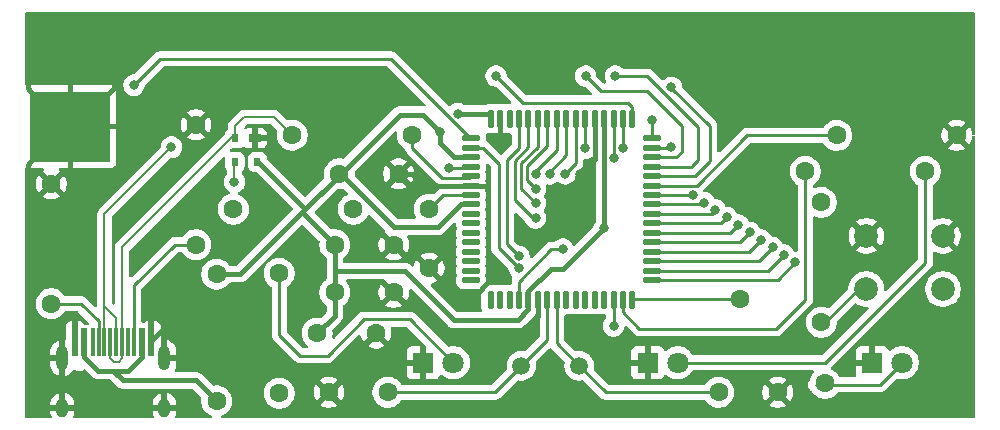
<source format=gbr>
%TF.GenerationSoftware,KiCad,Pcbnew,9.0.2*%
%TF.CreationDate,2025-06-17T12:36:06-07:00*%
%TF.ProjectId,controller,636f6e74-726f-46c6-9c65-722e6b696361,rev?*%
%TF.SameCoordinates,Original*%
%TF.FileFunction,Copper,L1,Top*%
%TF.FilePolarity,Positive*%
%FSLAX46Y46*%
G04 Gerber Fmt 4.6, Leading zero omitted, Abs format (unit mm)*
G04 Created by KiCad (PCBNEW 9.0.2) date 2025-06-17 12:36:06*
%MOMM*%
%LPD*%
G01*
G04 APERTURE LIST*
G04 Aperture macros list*
%AMRoundRect*
0 Rectangle with rounded corners*
0 $1 Rounding radius*
0 $2 $3 $4 $5 $6 $7 $8 $9 X,Y pos of 4 corners*
0 Add a 4 corners polygon primitive as box body*
4,1,4,$2,$3,$4,$5,$6,$7,$8,$9,$2,$3,0*
0 Add four circle primitives for the rounded corners*
1,1,$1+$1,$2,$3*
1,1,$1+$1,$4,$5*
1,1,$1+$1,$6,$7*
1,1,$1+$1,$8,$9*
0 Add four rect primitives between the rounded corners*
20,1,$1+$1,$2,$3,$4,$5,0*
20,1,$1+$1,$4,$5,$6,$7,0*
20,1,$1+$1,$6,$7,$8,$9,0*
20,1,$1+$1,$8,$9,$2,$3,0*%
G04 Aperture macros list end*
%TA.AperFunction,ComponentPad*%
%ADD10C,1.600000*%
%TD*%
%TA.AperFunction,ComponentPad*%
%ADD11R,6.750000X6.000000*%
%TD*%
%TA.AperFunction,SMDPad,CuDef*%
%ADD12R,1.000000X0.700000*%
%TD*%
%TA.AperFunction,SMDPad,CuDef*%
%ADD13R,0.600000X0.700000*%
%TD*%
%TA.AperFunction,ComponentPad*%
%ADD14C,2.000000*%
%TD*%
%TA.AperFunction,SMDPad,CuDef*%
%ADD15RoundRect,0.137500X-0.600000X-0.137500X0.600000X-0.137500X0.600000X0.137500X-0.600000X0.137500X0*%
%TD*%
%TA.AperFunction,SMDPad,CuDef*%
%ADD16RoundRect,0.137500X-0.137500X-0.600000X0.137500X-0.600000X0.137500X0.600000X-0.137500X0.600000X0*%
%TD*%
%TA.AperFunction,ComponentPad*%
%ADD17R,1.800000X1.800000*%
%TD*%
%TA.AperFunction,ComponentPad*%
%ADD18C,1.800000*%
%TD*%
%TA.AperFunction,ComponentPad*%
%ADD19C,1.500000*%
%TD*%
%TA.AperFunction,SMDPad,CuDef*%
%ADD20R,0.600000X2.450000*%
%TD*%
%TA.AperFunction,SMDPad,CuDef*%
%ADD21R,0.300000X2.450000*%
%TD*%
%TA.AperFunction,ComponentPad*%
%ADD22O,1.000000X2.100000*%
%TD*%
%TA.AperFunction,ComponentPad*%
%ADD23O,1.000000X1.600000*%
%TD*%
%TA.AperFunction,ViaPad*%
%ADD24C,0.800000*%
%TD*%
%TA.AperFunction,Conductor*%
%ADD25C,0.381000*%
%TD*%
%TA.AperFunction,Conductor*%
%ADD26C,0.254000*%
%TD*%
%TA.AperFunction,Conductor*%
%ADD27C,0.200000*%
%TD*%
G04 APERTURE END LIST*
D10*
X126000000Y-97500000D03*
X131000000Y-97500000D03*
X169000000Y-101750000D03*
X161815795Y-94565795D03*
X127000000Y-102500000D03*
X132000000Y-102500000D03*
D11*
X105125000Y-80000000D03*
D10*
X118920000Y-87000000D03*
X129080000Y-87000000D03*
D12*
X120750000Y-81000000D03*
D13*
X119050000Y-81000000D03*
X119050000Y-83000000D03*
X120950000Y-83000000D03*
D14*
X172500000Y-89250000D03*
X179000000Y-89250000D03*
X172500000Y-93750000D03*
X179000000Y-93750000D03*
D10*
X134065000Y-80730000D03*
X123905000Y-80730000D03*
X127900000Y-84000000D03*
X132900000Y-84000000D03*
D15*
X139037500Y-81000000D03*
X139037500Y-81800000D03*
X139037500Y-82600000D03*
X139037500Y-83400000D03*
X139037500Y-84200000D03*
X139037500Y-85000000D03*
X139037500Y-85800000D03*
X139037500Y-86600000D03*
X139037500Y-87400000D03*
X139037500Y-88200000D03*
X139037500Y-89000000D03*
X139037500Y-89800000D03*
X139037500Y-90600000D03*
X139037500Y-91400000D03*
X139037500Y-92200000D03*
X139037500Y-93000000D03*
D16*
X140700000Y-94662500D03*
X141500000Y-94662500D03*
X142300000Y-94662500D03*
X143100000Y-94662500D03*
X143900000Y-94662500D03*
X144700000Y-94662500D03*
X145500000Y-94662500D03*
X146300000Y-94662500D03*
X147100000Y-94662500D03*
X147900000Y-94662500D03*
X148700000Y-94662500D03*
X149500000Y-94662500D03*
X150300000Y-94662500D03*
X151100000Y-94662500D03*
X151900000Y-94662500D03*
X152700000Y-94662500D03*
D15*
X154362500Y-93000000D03*
X154362500Y-92200000D03*
X154362500Y-91400000D03*
X154362500Y-90600000D03*
X154362500Y-89800000D03*
X154362500Y-89000000D03*
X154362500Y-88200000D03*
X154362500Y-87400000D03*
X154362500Y-86600000D03*
X154362500Y-85800000D03*
X154362500Y-85000000D03*
X154362500Y-84200000D03*
X154362500Y-83400000D03*
X154362500Y-82600000D03*
X154362500Y-81800000D03*
X154362500Y-81000000D03*
D16*
X152700000Y-79337500D03*
X151900000Y-79337500D03*
X151100000Y-79337500D03*
X150300000Y-79337500D03*
X149500000Y-79337500D03*
X148700000Y-79337500D03*
X147900000Y-79337500D03*
X147100000Y-79337500D03*
X146300000Y-79337500D03*
X145500000Y-79337500D03*
X144700000Y-79337500D03*
X143900000Y-79337500D03*
X143100000Y-79337500D03*
X142300000Y-79337500D03*
X141500000Y-79337500D03*
X140700000Y-79337500D03*
D17*
X173000000Y-100000000D03*
D18*
X175540000Y-100000000D03*
D10*
X127500000Y-90000000D03*
X132500000Y-90000000D03*
D19*
X148190000Y-100250000D03*
X143310000Y-100250000D03*
D10*
X168700000Y-86420000D03*
X168700000Y-96580000D03*
D17*
X154000000Y-100000000D03*
D18*
X156540000Y-100000000D03*
D10*
X122800000Y-92430000D03*
X122800000Y-102590000D03*
X127500000Y-94050000D03*
X132500000Y-94050000D03*
X177500000Y-83800000D03*
X167340000Y-83800000D03*
D20*
X105525000Y-98205000D03*
X106300000Y-98205000D03*
D21*
X107000000Y-98205000D03*
X107500000Y-98205000D03*
X108000000Y-98205000D03*
X108500000Y-98205000D03*
X109000000Y-98205000D03*
X109500000Y-98205000D03*
X110000000Y-98205000D03*
X110500000Y-98205000D03*
D20*
X111200000Y-98205000D03*
X111975000Y-98205000D03*
D22*
X104430000Y-99620000D03*
D23*
X104430000Y-103800000D03*
D22*
X113070000Y-99620000D03*
D23*
X113070000Y-103800000D03*
D10*
X103500000Y-95000000D03*
X103500000Y-84840000D03*
X115750000Y-90000000D03*
X115750000Y-79840000D03*
D17*
X135000000Y-100000000D03*
D18*
X137540000Y-100000000D03*
D10*
X117500000Y-92500000D03*
X117500000Y-103230000D03*
X170000000Y-80750000D03*
X180160000Y-80750000D03*
X160000000Y-102500000D03*
X165000000Y-102500000D03*
X135500000Y-87000000D03*
X135500000Y-92000000D03*
D24*
X148250000Y-84000000D03*
X115125000Y-97000000D03*
X139750000Y-97795000D03*
X141500000Y-81400000D03*
X113075000Y-88700000D03*
X150300000Y-88600000D03*
X137915000Y-78905000D03*
X136432500Y-80432500D03*
X137200000Y-83499000D03*
X119000000Y-84700000D03*
X113675000Y-81750000D03*
X146800000Y-90375000D03*
X161666667Y-88333333D03*
X164566667Y-90233333D03*
X144500000Y-87750000D03*
X163600000Y-89600000D03*
X143100000Y-92000000D03*
X110500000Y-76500000D03*
X144500000Y-86500000D03*
X145750000Y-84000000D03*
X156000000Y-81750000D03*
X159733333Y-87066667D03*
X157800000Y-85800000D03*
X154362500Y-79437500D03*
X147000000Y-84000000D03*
X158766667Y-86433333D03*
X143100000Y-91000000D03*
X151262500Y-75725000D03*
X160700000Y-87700000D03*
X141162500Y-75725000D03*
X151900000Y-81837500D03*
X148700000Y-81837500D03*
X148737500Y-75725000D03*
X166500000Y-91500000D03*
X165533333Y-90866667D03*
X151100000Y-82650000D03*
X162633333Y-88966667D03*
X144500000Y-85250000D03*
X144500000Y-84000000D03*
X156000000Y-76680000D03*
X151100000Y-96890000D03*
D25*
X149500000Y-82750000D02*
X148250000Y-84000000D01*
X115085000Y-97000000D02*
X113100000Y-97000000D01*
X105125000Y-80000000D02*
X105500000Y-80000000D01*
X139750000Y-97795000D02*
X142980000Y-97795000D01*
X141500000Y-79337500D02*
X141500000Y-81400000D01*
X108525000Y-76975000D02*
X109075000Y-76425000D01*
X101725000Y-83025000D02*
X101491500Y-83258500D01*
X139450000Y-94250000D02*
X140500000Y-93200000D01*
X104750000Y-80000000D02*
X101725000Y-76975000D01*
X101491500Y-76741500D02*
X101491500Y-76025000D01*
X104750000Y-80000000D02*
X101725000Y-83025000D01*
X140500000Y-93200000D02*
X140500000Y-85000000D01*
X140500000Y-85000000D02*
X135000000Y-85000000D01*
X135500000Y-92000000D02*
X137750000Y-94250000D01*
X113100000Y-97000000D02*
X111975000Y-98125000D01*
X101725000Y-76975000D02*
X101491500Y-76741500D01*
X115125000Y-97040000D02*
X115085000Y-97000000D01*
X144700000Y-96075000D02*
X144700000Y-94700000D01*
X149500000Y-79337500D02*
X149500000Y-82750000D01*
X135000000Y-85000000D02*
X134000000Y-84000000D01*
X105525000Y-98205000D02*
X105525000Y-96275000D01*
X137750000Y-94250000D02*
X139450000Y-94250000D01*
X142980000Y-97795000D02*
X144700000Y-96075000D01*
X134000000Y-84000000D02*
X133000000Y-84000000D01*
X111975000Y-98125000D02*
X111975000Y-98205000D01*
X141500000Y-81400000D02*
X141500000Y-81500000D01*
X101491500Y-83258500D02*
X101491500Y-84425000D01*
X105500000Y-80000000D02*
X108525000Y-76975000D01*
D26*
X148190000Y-100250000D02*
X150440000Y-102500000D01*
X148190000Y-100250000D02*
X146300000Y-98360000D01*
X150440000Y-102500000D02*
X160000000Y-102500000D01*
X146300000Y-98360000D02*
X146300000Y-94662500D01*
X145500000Y-98060000D02*
X145500000Y-94662500D01*
X141060000Y-102500000D02*
X143310000Y-100250000D01*
X143310000Y-100250000D02*
X145500000Y-98060000D01*
X132000000Y-102500000D02*
X141060000Y-102500000D01*
X135500000Y-87000000D02*
X136700000Y-85800000D01*
X136700000Y-85800000D02*
X139000000Y-85800000D01*
D25*
X133450000Y-92250000D02*
X127500000Y-92250000D01*
X132500000Y-88500000D02*
X128000000Y-84000000D01*
X139000000Y-86600000D02*
X138150000Y-86600000D01*
X127500000Y-94050000D02*
X127500000Y-96000000D01*
X121000000Y-83000000D02*
X120950000Y-83000000D01*
X137915000Y-78905000D02*
X140700000Y-78905000D01*
X127500000Y-92250000D02*
X127500000Y-94050000D01*
X138150000Y-86600000D02*
X136250000Y-88500000D01*
X136250000Y-88500000D02*
X132500000Y-88500000D01*
X125000000Y-87000000D02*
X121000000Y-83000000D01*
X127500000Y-90000000D02*
X124750000Y-87250000D01*
X146850000Y-92050000D02*
X150300000Y-88600000D01*
X137600000Y-96400000D02*
X133450000Y-92250000D01*
X127500000Y-92250000D02*
X127500000Y-90000000D01*
X127500000Y-96000000D02*
X126000000Y-97500000D01*
X137625000Y-82600000D02*
X139000000Y-82600000D01*
X136432500Y-80432500D02*
X135000000Y-79000000D01*
X136432500Y-81407500D02*
X137625000Y-82600000D01*
X143900000Y-94700000D02*
X143900000Y-95480649D01*
X136432500Y-80432500D02*
X136432500Y-81407500D01*
X124750000Y-87250000D02*
X119500000Y-92500000D01*
X124750000Y-87250000D02*
X125000000Y-87000000D01*
X133000000Y-79000000D02*
X128000000Y-84000000D01*
X150300000Y-88600000D02*
X150300000Y-79337500D01*
X143900000Y-95480649D02*
X142980649Y-96400000D01*
X143900000Y-94662500D02*
X143900000Y-93925001D01*
X145775001Y-92050000D02*
X146850000Y-92050000D01*
X142980649Y-96400000D02*
X137600000Y-96400000D01*
X143900000Y-93925001D02*
X145775001Y-92050000D01*
X119500000Y-92500000D02*
X117500000Y-92500000D01*
X135000000Y-79000000D02*
X133000000Y-79000000D01*
X128000000Y-84000000D02*
X124750000Y-87250000D01*
X106300000Y-98205000D02*
X106300000Y-99506005D01*
X107463995Y-100670000D02*
X108750000Y-100670000D01*
X115770000Y-101500000D02*
X109580000Y-101500000D01*
X106300000Y-99506005D02*
X107463995Y-100670000D01*
X117500000Y-103230000D02*
X115770000Y-101500000D01*
X110036005Y-100670000D02*
X111200000Y-99506005D01*
X109580000Y-101500000D02*
X108750000Y-100670000D01*
X111200000Y-99506005D02*
X111200000Y-98205000D01*
X108750000Y-100670000D02*
X110036005Y-100670000D01*
D26*
X106000000Y-95000000D02*
X103500000Y-95000000D01*
X107500000Y-98205000D02*
X107500000Y-96500000D01*
X107500000Y-96500000D02*
X106000000Y-95000000D01*
X113950000Y-90000000D02*
X115525000Y-90000000D01*
X115525000Y-90000000D02*
X115950000Y-89575000D01*
X110500000Y-93450000D02*
X113950000Y-90000000D01*
X110500000Y-98205000D02*
X110500000Y-93450000D01*
X138875000Y-84325000D02*
X139000000Y-84200000D01*
X134080000Y-81805000D02*
X136600000Y-84325000D01*
X136600000Y-84325000D02*
X138875000Y-84325000D01*
X134080000Y-81000000D02*
X134080000Y-81805000D01*
D27*
X108500000Y-98205000D02*
X108500000Y-99632000D01*
X109500000Y-99632000D02*
X109500000Y-98205000D01*
X109197000Y-99935000D02*
X109500000Y-99632000D01*
X119050000Y-81000000D02*
X118890000Y-80840000D01*
X123905000Y-80730000D02*
X122350000Y-79175000D01*
X108500000Y-99632000D02*
X108803000Y-99935000D01*
X122350000Y-79175000D02*
X119850000Y-79175000D01*
X109500000Y-90230000D02*
X109500000Y-98205000D01*
X119850000Y-79175000D02*
X119050000Y-79975000D01*
X108803000Y-99935000D02*
X109197000Y-99935000D01*
X119050000Y-79975000D02*
X119050000Y-81000000D01*
X118890000Y-80840000D02*
X109500000Y-90230000D01*
D26*
X137200000Y-83499000D02*
X138901000Y-83499000D01*
X138901000Y-83499000D02*
X139000000Y-83400000D01*
D27*
X109000000Y-96215000D02*
X108000000Y-95215000D01*
X113675000Y-81750000D02*
X108000000Y-87425000D01*
X119000000Y-84700000D02*
X119000000Y-83050000D01*
X119000000Y-83050000D02*
X119050000Y-83000000D01*
X109000000Y-98205000D02*
X109000000Y-96215000D01*
X108000000Y-95215000D02*
X108000000Y-98205000D01*
X108000000Y-87425000D02*
X108000000Y-95215000D01*
D26*
X158157000Y-85000000D02*
X154400000Y-85000000D01*
X162407000Y-80750000D02*
X158157000Y-85000000D01*
X169698000Y-80750000D02*
X162407000Y-80750000D01*
X172500000Y-93750000D02*
X171850000Y-93750000D01*
X145850000Y-90375000D02*
X146800000Y-90375000D01*
X143100000Y-94700000D02*
X143100000Y-93125000D01*
X143100000Y-93125000D02*
X145850000Y-90375000D01*
X169020000Y-96580000D02*
X168500000Y-96580000D01*
X172500000Y-93750000D02*
X171700000Y-93750000D01*
X171850000Y-93750000D02*
X169020000Y-96580000D01*
X161000000Y-89000000D02*
X161666667Y-88333333D01*
X154362500Y-89000000D02*
X161000000Y-89000000D01*
X163400000Y-91400000D02*
X154362500Y-91400000D01*
X164566667Y-90233333D02*
X163400000Y-91400000D01*
X143900000Y-79300000D02*
X143900000Y-81760000D01*
X142720000Y-86220000D02*
X144500000Y-88000000D01*
X143900000Y-81760000D02*
X142720000Y-82940000D01*
X142720000Y-82940000D02*
X142720000Y-86220000D01*
X154362500Y-90600000D02*
X162600000Y-90600000D01*
X162600000Y-90600000D02*
X163600000Y-89600000D01*
X141371250Y-83132250D02*
X140039000Y-81800000D01*
X140039000Y-81800000D02*
X139037500Y-81800000D01*
X141371250Y-90300798D02*
X143070452Y-92000000D01*
X143070452Y-92000000D02*
X143100000Y-92000000D01*
X141371250Y-83132250D02*
X141371250Y-90300798D01*
X138975000Y-81000000D02*
X132250000Y-74275000D01*
X132250000Y-74275000D02*
X112725000Y-74275000D01*
X139000000Y-81000000D02*
X138975000Y-81000000D01*
X112725000Y-74275000D02*
X110500000Y-76500000D01*
X143295000Y-83115000D02*
X143295000Y-85295000D01*
X144700000Y-79300000D02*
X144700000Y-81710000D01*
X144700000Y-81710000D02*
X143295000Y-83115000D01*
X143295000Y-85295000D02*
X144500000Y-86500000D01*
X147093280Y-82414672D02*
X145518750Y-83989202D01*
X147100000Y-82414672D02*
X147093280Y-82414672D01*
X145518750Y-83989202D02*
X145518750Y-84000000D01*
X147100000Y-82414672D02*
X147100000Y-79300000D01*
X155950000Y-81800000D02*
X156000000Y-81750000D01*
X154400000Y-81800000D02*
X155950000Y-81800000D01*
X159400000Y-87400000D02*
X154362500Y-87400000D01*
X159733333Y-87066667D02*
X159400000Y-87400000D01*
X154400000Y-85800000D02*
X157800000Y-85800000D01*
X154362500Y-81000000D02*
X154362500Y-79437500D01*
X147900000Y-83100000D02*
X147000000Y-84000000D01*
X147900000Y-79337500D02*
X147900000Y-83100000D01*
X158766667Y-86433333D02*
X158600000Y-86600000D01*
X158600000Y-86600000D02*
X154362500Y-86600000D01*
X142079000Y-89979000D02*
X142079000Y-82821000D01*
X143100000Y-81800000D02*
X143100000Y-79300000D01*
X143100000Y-91000000D02*
X142079000Y-89979000D01*
X142079000Y-82821000D02*
X143100000Y-81800000D01*
X158283333Y-80075001D02*
X158283333Y-82875000D01*
X157775000Y-83383333D02*
X157775000Y-83400000D01*
X157775000Y-83400000D02*
X154400000Y-83400000D01*
X153933332Y-75725000D02*
X158283333Y-80075001D01*
X158283333Y-82875000D02*
X157775000Y-83383333D01*
X151262500Y-75725000D02*
X153933332Y-75725000D01*
X160200000Y-88200000D02*
X154362500Y-88200000D01*
X160700000Y-87700000D02*
X160200000Y-88200000D01*
X152700000Y-78350000D02*
X152350000Y-78000000D01*
X152700000Y-79337500D02*
X152700000Y-78350000D01*
X143437500Y-78000000D02*
X152350000Y-78000000D01*
X141162500Y-75725000D02*
X143437500Y-78000000D01*
X151900000Y-79337500D02*
X151900000Y-81925000D01*
X148700000Y-79337500D02*
X148700000Y-81837500D01*
X150012500Y-77000000D02*
X153950000Y-77000000D01*
X156425000Y-82600000D02*
X154362500Y-82600000D01*
X148737500Y-75725000D02*
X150012500Y-77000000D01*
X156900000Y-79950000D02*
X156900000Y-82125000D01*
X156900000Y-82125000D02*
X156425000Y-82600000D01*
X153950000Y-77000000D02*
X156900000Y-79950000D01*
X165000000Y-93000000D02*
X154400000Y-93000000D01*
X166500000Y-91500000D02*
X165000000Y-93000000D01*
X164200000Y-92200000D02*
X165533333Y-90866667D01*
X154362500Y-92200000D02*
X164200000Y-92200000D01*
X151100000Y-79337500D02*
X151100000Y-82650000D01*
X162633333Y-88966667D02*
X161800000Y-89800000D01*
X161800000Y-89800000D02*
X154362500Y-89800000D01*
X143750000Y-83360000D02*
X143750000Y-84500000D01*
X143750000Y-84500000D02*
X144500000Y-85250000D01*
X145500000Y-81610000D02*
X143750000Y-83360000D01*
X145500000Y-79337500D02*
X145500000Y-81610000D01*
X146300000Y-81949000D02*
X146300000Y-79300000D01*
X144500000Y-83749000D02*
X144500000Y-84000000D01*
X146300000Y-81949000D02*
X144500000Y-83749000D01*
X159250000Y-82925000D02*
X157975000Y-84200000D01*
X156000000Y-76680000D02*
X156000000Y-76710000D01*
X157975000Y-84200000D02*
X154400000Y-84200000D01*
X159250000Y-79960000D02*
X159250000Y-82925000D01*
X156000000Y-76710000D02*
X159250000Y-79960000D01*
X175540000Y-100000000D02*
X173677897Y-101862103D01*
X173677897Y-101862103D02*
X168217103Y-101862103D01*
X177500000Y-83800000D02*
X177500000Y-91525000D01*
X177500000Y-91525000D02*
X169025000Y-100000000D01*
X169025000Y-100000000D02*
X156540000Y-100000000D01*
X137540000Y-100000000D02*
X133844077Y-96304077D01*
X126900000Y-99400000D02*
X124570000Y-99400000D01*
X133844077Y-96304077D02*
X129995923Y-96304077D01*
X122800000Y-97630000D02*
X122800000Y-92430000D01*
X124570000Y-99400000D02*
X122800000Y-97630000D01*
X129995923Y-96304077D02*
X126900000Y-99400000D01*
X151100000Y-96890000D02*
X151100000Y-94700000D01*
X167340000Y-83800000D02*
X167340000Y-94660000D01*
X167340000Y-94660000D02*
X164900000Y-97100000D01*
X164900000Y-97100000D02*
X153296000Y-97100000D01*
X153296000Y-97100000D02*
X151900000Y-95704000D01*
X151900000Y-95704000D02*
X151900000Y-94700000D01*
X152796705Y-94565795D02*
X161815795Y-94565795D01*
X152700000Y-94662500D02*
X152796705Y-94565795D01*
%TA.AperFunction,Conductor*%
G36*
X128211471Y-85277105D02*
G01*
X128274204Y-85280216D01*
X128321101Y-85309636D01*
X128603511Y-85592046D01*
X128636996Y-85653369D01*
X128632012Y-85723061D01*
X128590140Y-85778994D01*
X128572127Y-85790210D01*
X128415084Y-85870228D01*
X128394193Y-85880873D01*
X128227576Y-86001926D01*
X128227571Y-86001930D01*
X128081930Y-86147571D01*
X128081926Y-86147576D01*
X127960873Y-86314193D01*
X127867367Y-86497705D01*
X127803719Y-86693591D01*
X127787985Y-86792935D01*
X127771500Y-86897019D01*
X127771500Y-87102981D01*
X127773124Y-87113233D01*
X127803719Y-87306408D01*
X127867367Y-87502294D01*
X127921721Y-87608968D01*
X127937204Y-87639355D01*
X127960873Y-87685806D01*
X128081926Y-87852423D01*
X128081930Y-87852428D01*
X128227571Y-87998069D01*
X128227576Y-87998073D01*
X128358341Y-88093078D01*
X128394197Y-88119129D01*
X128511128Y-88178709D01*
X128577705Y-88212632D01*
X128577707Y-88212632D01*
X128577710Y-88212634D01*
X128657425Y-88238535D01*
X128773591Y-88276280D01*
X128875305Y-88292390D01*
X128977019Y-88308500D01*
X128977020Y-88308500D01*
X129182980Y-88308500D01*
X129182981Y-88308500D01*
X129386408Y-88276280D01*
X129582290Y-88212634D01*
X129765803Y-88119129D01*
X129932430Y-87998068D01*
X130078068Y-87852430D01*
X130199129Y-87685803D01*
X130289788Y-87507874D01*
X130337763Y-87457079D01*
X130405584Y-87440284D01*
X130471719Y-87462821D01*
X130487954Y-87476489D01*
X131762876Y-88751411D01*
X131796361Y-88812734D01*
X131791377Y-88882426D01*
X131775395Y-88903773D01*
X131774077Y-88920524D01*
X132453554Y-89600000D01*
X132447339Y-89600000D01*
X132345606Y-89627259D01*
X132254394Y-89679920D01*
X132179920Y-89754394D01*
X132127259Y-89845606D01*
X132100000Y-89947339D01*
X132100000Y-89953553D01*
X131420524Y-89274077D01*
X131420523Y-89274077D01*
X131388143Y-89318644D01*
X131295244Y-89500968D01*
X131232009Y-89695582D01*
X131200000Y-89897682D01*
X131200000Y-90102317D01*
X131232009Y-90304417D01*
X131295244Y-90499031D01*
X131388141Y-90681350D01*
X131388147Y-90681359D01*
X131420523Y-90725921D01*
X131420524Y-90725922D01*
X132100000Y-90046446D01*
X132100000Y-90052661D01*
X132127259Y-90154394D01*
X132179920Y-90245606D01*
X132254394Y-90320080D01*
X132345606Y-90372741D01*
X132447339Y-90400000D01*
X132453553Y-90400000D01*
X131774076Y-91079474D01*
X131818650Y-91111859D01*
X132000968Y-91204755D01*
X132195582Y-91267990D01*
X132397683Y-91300000D01*
X132602317Y-91300000D01*
X132804417Y-91267990D01*
X132999031Y-91204755D01*
X133181349Y-91111859D01*
X133225921Y-91079474D01*
X133225922Y-91079474D01*
X133201912Y-91055464D01*
X132546447Y-90400000D01*
X132552661Y-90400000D01*
X132654394Y-90372741D01*
X132745606Y-90320080D01*
X132820080Y-90245606D01*
X132872741Y-90154394D01*
X132900000Y-90052661D01*
X132900000Y-90046446D01*
X133579474Y-90725921D01*
X133611859Y-90681349D01*
X133704755Y-90499031D01*
X133767990Y-90304417D01*
X133800000Y-90102317D01*
X133800000Y-89897682D01*
X133767990Y-89695582D01*
X133704755Y-89500968D01*
X133642759Y-89379295D01*
X133629863Y-89310626D01*
X133656139Y-89245885D01*
X133713246Y-89205628D01*
X133753244Y-89199000D01*
X136318847Y-89199000D01*
X136318848Y-89198999D01*
X136453891Y-89172138D01*
X136581101Y-89119446D01*
X136638078Y-89081375D01*
X136695586Y-89042949D01*
X136792949Y-88945586D01*
X136851508Y-88887027D01*
X136851520Y-88887013D01*
X137579820Y-88158714D01*
X137641142Y-88125230D01*
X137710834Y-88130214D01*
X137766767Y-88172086D01*
X137791184Y-88237550D01*
X137791500Y-88246396D01*
X137791500Y-88402735D01*
X137794382Y-88439355D01*
X137794384Y-88439367D01*
X137831002Y-88565405D01*
X137831002Y-88634595D01*
X137794384Y-88760632D01*
X137794382Y-88760644D01*
X137791500Y-88797264D01*
X137791500Y-89202735D01*
X137794382Y-89239355D01*
X137794384Y-89239367D01*
X137831002Y-89365405D01*
X137831002Y-89434595D01*
X137794384Y-89560632D01*
X137794382Y-89560644D01*
X137791500Y-89597264D01*
X137791500Y-90002728D01*
X137794382Y-90039355D01*
X137794384Y-90039367D01*
X137831002Y-90165405D01*
X137831002Y-90234595D01*
X137794384Y-90360632D01*
X137794382Y-90360644D01*
X137791500Y-90397264D01*
X137791500Y-90802735D01*
X137794382Y-90839355D01*
X137794384Y-90839367D01*
X137831002Y-90965405D01*
X137831002Y-91034595D01*
X137794384Y-91160632D01*
X137794382Y-91160644D01*
X137791500Y-91197264D01*
X137791500Y-91602735D01*
X137794382Y-91639355D01*
X137794384Y-91639367D01*
X137831002Y-91765405D01*
X137831002Y-91834595D01*
X137794384Y-91960632D01*
X137794382Y-91960644D01*
X137791500Y-91997264D01*
X137791500Y-92402735D01*
X137794382Y-92439355D01*
X137794384Y-92439367D01*
X137831002Y-92565405D01*
X137831002Y-92634595D01*
X137794384Y-92760632D01*
X137794382Y-92760644D01*
X137791500Y-92797264D01*
X137791500Y-93202735D01*
X137794382Y-93239355D01*
X137794384Y-93239366D01*
X137839917Y-93396091D01*
X137839921Y-93396100D01*
X137922998Y-93536579D01*
X137923007Y-93536590D01*
X138038409Y-93651992D01*
X138038420Y-93652001D01*
X138159692Y-93723719D01*
X138178904Y-93735081D01*
X138335640Y-93780617D01*
X138372270Y-93783500D01*
X138372276Y-93783500D01*
X139702724Y-93783500D01*
X139702730Y-93783500D01*
X139739360Y-93780617D01*
X139776502Y-93769826D01*
X139846370Y-93770025D01*
X139905040Y-93807966D01*
X139933885Y-93871604D01*
X139930174Y-93923495D01*
X139919384Y-93960636D01*
X139919382Y-93960644D01*
X139916500Y-93997264D01*
X139916500Y-95327735D01*
X139919382Y-95364355D01*
X139919384Y-95364366D01*
X139964918Y-95521094D01*
X139967799Y-95527751D01*
X139976360Y-95597094D01*
X139946072Y-95660058D01*
X139886551Y-95696651D01*
X139853999Y-95701000D01*
X137940897Y-95701000D01*
X137873858Y-95681315D01*
X137853216Y-95664681D01*
X135676175Y-93487640D01*
X135642690Y-93426317D01*
X135647674Y-93356625D01*
X135689546Y-93300692D01*
X135744459Y-93277485D01*
X135804423Y-93267988D01*
X135999031Y-93204755D01*
X136181349Y-93111859D01*
X136225921Y-93079474D01*
X135546446Y-92400000D01*
X135552661Y-92400000D01*
X135654394Y-92372741D01*
X135745606Y-92320080D01*
X135820080Y-92245606D01*
X135872741Y-92154394D01*
X135900000Y-92052661D01*
X135900000Y-92046447D01*
X136579474Y-92725921D01*
X136611859Y-92681349D01*
X136704755Y-92499031D01*
X136767990Y-92304417D01*
X136800000Y-92102317D01*
X136800000Y-91897682D01*
X136767990Y-91695582D01*
X136704755Y-91500968D01*
X136611859Y-91318650D01*
X136579474Y-91274077D01*
X136579474Y-91274076D01*
X135900000Y-91953551D01*
X135900000Y-91947339D01*
X135872741Y-91845606D01*
X135820080Y-91754394D01*
X135745606Y-91679920D01*
X135654394Y-91627259D01*
X135552661Y-91600000D01*
X135546446Y-91600000D01*
X136225922Y-90920524D01*
X136225921Y-90920523D01*
X136181359Y-90888147D01*
X136181350Y-90888141D01*
X135999031Y-90795244D01*
X135804417Y-90732009D01*
X135602317Y-90700000D01*
X135397683Y-90700000D01*
X135195582Y-90732009D01*
X135000968Y-90795244D01*
X134818644Y-90888143D01*
X134774077Y-90920523D01*
X134774077Y-90920524D01*
X135453554Y-91600000D01*
X135447339Y-91600000D01*
X135345606Y-91627259D01*
X135254394Y-91679920D01*
X135179920Y-91754394D01*
X135127259Y-91845606D01*
X135100000Y-91947339D01*
X135100000Y-91953553D01*
X134420524Y-91274077D01*
X134420523Y-91274077D01*
X134388143Y-91318644D01*
X134295244Y-91500968D01*
X134232010Y-91695581D01*
X134222513Y-91755542D01*
X134217470Y-91766178D01*
X134216787Y-91777929D01*
X134202778Y-91797170D01*
X134192583Y-91818676D01*
X134182591Y-91824897D01*
X134175663Y-91834414D01*
X134153474Y-91843027D01*
X134133272Y-91855607D01*
X134121503Y-91855438D01*
X134110529Y-91859699D01*
X134087206Y-91854948D01*
X134063409Y-91854609D01*
X134051862Y-91847750D01*
X134042065Y-91845755D01*
X134015556Y-91826184D01*
X134013532Y-91824982D01*
X134012960Y-91824425D01*
X133895587Y-91707052D01*
X133895003Y-91706662D01*
X133878419Y-91695581D01*
X133854981Y-91679920D01*
X133781101Y-91630554D01*
X133781098Y-91630552D01*
X133781097Y-91630552D01*
X133781096Y-91630551D01*
X133653895Y-91577863D01*
X133653892Y-91577862D01*
X133645811Y-91576254D01*
X133613265Y-91569781D01*
X133566055Y-91560390D01*
X133518847Y-91551000D01*
X133518846Y-91551000D01*
X133518845Y-91551000D01*
X128323000Y-91551000D01*
X128255961Y-91531315D01*
X128210206Y-91478511D01*
X128199000Y-91427000D01*
X128199000Y-91172722D01*
X128199456Y-91171168D01*
X128199039Y-91169603D01*
X128209267Y-91137754D01*
X128218685Y-91105683D01*
X128220067Y-91104127D01*
X128220404Y-91103080D01*
X128227616Y-91095632D01*
X128244180Y-91076996D01*
X128247078Y-91074609D01*
X128352430Y-90998068D01*
X128498068Y-90852430D01*
X128619129Y-90685803D01*
X128712634Y-90502290D01*
X128776280Y-90306408D01*
X128808500Y-90102981D01*
X128808500Y-89897019D01*
X128788715Y-89772105D01*
X128776280Y-89693591D01*
X128736089Y-89569896D01*
X128712634Y-89497710D01*
X128712632Y-89497707D01*
X128712632Y-89497705D01*
X128677234Y-89428234D01*
X128619129Y-89314197D01*
X128589980Y-89274077D01*
X128498073Y-89147576D01*
X128498069Y-89147571D01*
X128352428Y-89001930D01*
X128352423Y-89001926D01*
X128185806Y-88880873D01*
X128185805Y-88880872D01*
X128185803Y-88880871D01*
X128128496Y-88851671D01*
X128002294Y-88787367D01*
X127806408Y-88723719D01*
X127630794Y-88695905D01*
X127602981Y-88691500D01*
X127397019Y-88691500D01*
X127272105Y-88711284D01*
X127202812Y-88702329D01*
X127165027Y-88676492D01*
X125826215Y-87337680D01*
X125792730Y-87276357D01*
X125797714Y-87206665D01*
X125826211Y-87162323D01*
X127651355Y-85337178D01*
X127712676Y-85303695D01*
X127758431Y-85302388D01*
X127797019Y-85308500D01*
X127797020Y-85308500D01*
X128002980Y-85308500D01*
X128002981Y-85308500D01*
X128108664Y-85291761D01*
X128211220Y-85275518D01*
X128211471Y-85277105D01*
G37*
%TD.AperFunction*%
%TA.AperFunction,Conductor*%
G36*
X140488703Y-83148882D02*
G01*
X140495181Y-83154914D01*
X140699431Y-83359164D01*
X140732916Y-83420487D01*
X140735750Y-83446845D01*
X140735750Y-90363393D01*
X140760170Y-90486159D01*
X140760173Y-90486171D01*
X140808073Y-90601813D01*
X140808080Y-90601826D01*
X140877624Y-90705905D01*
X140877627Y-90705909D01*
X142155181Y-91983461D01*
X142188666Y-92044784D01*
X142191500Y-92071142D01*
X142191500Y-92089483D01*
X142226411Y-92264992D01*
X142226413Y-92265000D01*
X142294896Y-92430332D01*
X142294901Y-92430342D01*
X142394321Y-92579134D01*
X142394324Y-92579138D01*
X142508214Y-92693028D01*
X142541699Y-92754351D01*
X142536715Y-92824043D01*
X142535094Y-92828162D01*
X142488922Y-92939630D01*
X142488920Y-92939638D01*
X142464500Y-93062404D01*
X142464500Y-93292500D01*
X142444815Y-93359539D01*
X142392011Y-93405294D01*
X142340500Y-93416500D01*
X142097264Y-93416500D01*
X142060644Y-93419382D01*
X142060632Y-93419384D01*
X141934595Y-93456002D01*
X141865405Y-93456002D01*
X141739367Y-93419384D01*
X141739355Y-93419382D01*
X141702735Y-93416500D01*
X141702730Y-93416500D01*
X141297270Y-93416500D01*
X141297264Y-93416500D01*
X141260644Y-93419382D01*
X141260632Y-93419384D01*
X141134595Y-93456002D01*
X141065405Y-93456002D01*
X140939367Y-93419384D01*
X140939355Y-93419382D01*
X140902735Y-93416500D01*
X140902730Y-93416500D01*
X140497270Y-93416500D01*
X140497264Y-93416500D01*
X140460644Y-93419382D01*
X140460636Y-93419384D01*
X140423495Y-93430174D01*
X140353626Y-93429973D01*
X140294956Y-93392031D01*
X140266114Y-93328392D01*
X140269825Y-93276503D01*
X140280617Y-93239360D01*
X140283500Y-93202730D01*
X140283500Y-92797270D01*
X140280617Y-92760640D01*
X140278059Y-92751834D01*
X140243998Y-92634595D01*
X140243998Y-92565405D01*
X140280615Y-92439367D01*
X140280615Y-92439366D01*
X140280617Y-92439360D01*
X140283500Y-92402730D01*
X140283500Y-91997270D01*
X140280617Y-91960640D01*
X140271747Y-91930108D01*
X140243998Y-91834595D01*
X140243998Y-91765405D01*
X140280615Y-91639367D01*
X140280615Y-91639366D01*
X140280617Y-91639360D01*
X140283500Y-91602730D01*
X140283500Y-91197270D01*
X140280617Y-91160640D01*
X140278607Y-91153720D01*
X140243998Y-91034595D01*
X140243998Y-90965405D01*
X140280615Y-90839367D01*
X140280615Y-90839366D01*
X140280617Y-90839360D01*
X140283500Y-90802730D01*
X140283500Y-90397270D01*
X140280617Y-90360640D01*
X140278558Y-90353553D01*
X140243998Y-90234595D01*
X140243998Y-90165405D01*
X140280615Y-90039367D01*
X140280615Y-90039366D01*
X140280617Y-90039360D01*
X140283500Y-90002730D01*
X140283500Y-89597270D01*
X140280617Y-89560640D01*
X140265469Y-89508500D01*
X140243998Y-89434595D01*
X140243998Y-89365405D01*
X140280615Y-89239367D01*
X140280615Y-89239366D01*
X140280617Y-89239360D01*
X140283500Y-89202730D01*
X140283500Y-88797270D01*
X140280617Y-88760640D01*
X140269891Y-88723720D01*
X140243998Y-88634595D01*
X140243998Y-88565405D01*
X140280615Y-88439367D01*
X140280615Y-88439366D01*
X140280617Y-88439360D01*
X140283500Y-88402730D01*
X140283500Y-87997270D01*
X140280617Y-87960640D01*
X140280615Y-87960632D01*
X140243998Y-87834595D01*
X140243998Y-87765405D01*
X140280615Y-87639367D01*
X140280615Y-87639366D01*
X140280617Y-87639360D01*
X140283500Y-87602730D01*
X140283500Y-87197270D01*
X140280617Y-87160640D01*
X140270263Y-87125000D01*
X140243998Y-87034595D01*
X140243998Y-86965405D01*
X140280615Y-86839367D01*
X140280615Y-86839366D01*
X140280617Y-86839360D01*
X140283500Y-86802730D01*
X140283500Y-86397270D01*
X140280617Y-86360640D01*
X140251833Y-86261565D01*
X140243998Y-86234595D01*
X140243998Y-86165405D01*
X140280615Y-86039367D01*
X140280615Y-86039366D01*
X140280617Y-86039360D01*
X140283500Y-86002730D01*
X140283500Y-85597270D01*
X140280617Y-85560640D01*
X140243737Y-85433698D01*
X140243737Y-85364508D01*
X140280119Y-85239282D01*
X140280120Y-85239279D01*
X140282999Y-85202693D01*
X140283000Y-85202678D01*
X140283000Y-84797321D01*
X140282999Y-84797306D01*
X140280120Y-84760720D01*
X140280119Y-84760717D01*
X140243737Y-84635491D01*
X140243737Y-84566301D01*
X140280617Y-84439360D01*
X140283500Y-84402730D01*
X140283500Y-83997270D01*
X140280617Y-83960640D01*
X140263866Y-83902981D01*
X140243998Y-83834595D01*
X140243998Y-83765405D01*
X140280615Y-83639367D01*
X140280615Y-83639366D01*
X140280617Y-83639360D01*
X140283500Y-83602730D01*
X140283500Y-83242595D01*
X140303185Y-83175556D01*
X140355989Y-83129801D01*
X140425147Y-83119857D01*
X140488703Y-83148882D01*
G37*
%TD.AperFunction*%
%TA.AperFunction,Conductor*%
G36*
X149520334Y-82404494D02*
G01*
X149576267Y-82446366D01*
X149600684Y-82511830D01*
X149601000Y-82520676D01*
X149601000Y-87973255D01*
X149581315Y-88040294D01*
X149580102Y-88042146D01*
X149494901Y-88169657D01*
X149494896Y-88169667D01*
X149426413Y-88334999D01*
X149426411Y-88335005D01*
X149396492Y-88485418D01*
X149364107Y-88547329D01*
X149362556Y-88548907D01*
X147842265Y-90069198D01*
X147780942Y-90102683D01*
X147711250Y-90097699D01*
X147655317Y-90055827D01*
X147640023Y-90028970D01*
X147629153Y-90002728D01*
X147605102Y-89944664D01*
X147605100Y-89944661D01*
X147605098Y-89944657D01*
X147505678Y-89795865D01*
X147505675Y-89795861D01*
X147379138Y-89669324D01*
X147379134Y-89669321D01*
X147230342Y-89569901D01*
X147230332Y-89569896D01*
X147065000Y-89501413D01*
X147064992Y-89501411D01*
X146889483Y-89466500D01*
X146889479Y-89466500D01*
X146710521Y-89466500D01*
X146710516Y-89466500D01*
X146535007Y-89501411D01*
X146534999Y-89501413D01*
X146369667Y-89569896D01*
X146369657Y-89569901D01*
X146220865Y-89669321D01*
X146220861Y-89669324D01*
X146187007Y-89703180D01*
X146125685Y-89736666D01*
X146099325Y-89739500D01*
X145787404Y-89739500D01*
X145664638Y-89763920D01*
X145664626Y-89763923D01*
X145548984Y-89811823D01*
X145548971Y-89811830D01*
X145444892Y-89881374D01*
X145444888Y-89881377D01*
X144220181Y-91106085D01*
X144158858Y-91139570D01*
X144089166Y-91134586D01*
X144033233Y-91092714D01*
X144008816Y-91027250D01*
X144008500Y-91018404D01*
X144008500Y-90910520D01*
X144008499Y-90910516D01*
X143985570Y-90795244D01*
X143973587Y-90735000D01*
X143905102Y-90569664D01*
X143905100Y-90569661D01*
X143905098Y-90569657D01*
X143805678Y-90420865D01*
X143805675Y-90420861D01*
X143679138Y-90294324D01*
X143679134Y-90294321D01*
X143530342Y-90194901D01*
X143530332Y-90194896D01*
X143365000Y-90126413D01*
X143364992Y-90126411D01*
X143189483Y-90091500D01*
X143189479Y-90091500D01*
X143141595Y-90091500D01*
X143074556Y-90071815D01*
X143053914Y-90055181D01*
X142750819Y-89752086D01*
X142717334Y-89690763D01*
X142714500Y-89664405D01*
X142714500Y-87412595D01*
X142734185Y-87345556D01*
X142786989Y-87299801D01*
X142856147Y-87289857D01*
X142919703Y-87318882D01*
X142926181Y-87324914D01*
X143616145Y-88014878D01*
X143643025Y-88055106D01*
X143694896Y-88180332D01*
X143694901Y-88180342D01*
X143794321Y-88329134D01*
X143794324Y-88329138D01*
X143920861Y-88455675D01*
X143920865Y-88455678D01*
X144069657Y-88555098D01*
X144069661Y-88555100D01*
X144069664Y-88555102D01*
X144235000Y-88623587D01*
X144410516Y-88658499D01*
X144410520Y-88658500D01*
X144410521Y-88658500D01*
X144589480Y-88658500D01*
X144589481Y-88658499D01*
X144765000Y-88623587D01*
X144930336Y-88555102D01*
X145079135Y-88455678D01*
X145205678Y-88329135D01*
X145305102Y-88180336D01*
X145373587Y-88015000D01*
X145408500Y-87839479D01*
X145408500Y-87660521D01*
X145373587Y-87485000D01*
X145305102Y-87319664D01*
X145305100Y-87319661D01*
X145305098Y-87319657D01*
X145230824Y-87208499D01*
X145221062Y-87193889D01*
X145200185Y-87127214D01*
X145218669Y-87059834D01*
X145221063Y-87056109D01*
X145235439Y-87034595D01*
X145305102Y-86930336D01*
X145373587Y-86765000D01*
X145408500Y-86589479D01*
X145408500Y-86410521D01*
X145373587Y-86235000D01*
X145305102Y-86069664D01*
X145305100Y-86069661D01*
X145305098Y-86069657D01*
X145253830Y-85992930D01*
X145221062Y-85943889D01*
X145200185Y-85877214D01*
X145218669Y-85809834D01*
X145221063Y-85806109D01*
X145272468Y-85729177D01*
X145305102Y-85680336D01*
X145373587Y-85515000D01*
X145408500Y-85339479D01*
X145408500Y-85160521D01*
X145382127Y-85027934D01*
X145388354Y-84958344D01*
X145431217Y-84903167D01*
X145497107Y-84879922D01*
X145527932Y-84882126D01*
X145660519Y-84908499D01*
X145660520Y-84908500D01*
X145660521Y-84908500D01*
X145839480Y-84908500D01*
X145839481Y-84908499D01*
X146015000Y-84873587D01*
X146180336Y-84805102D01*
X146306110Y-84721062D01*
X146372786Y-84700185D01*
X146440166Y-84718669D01*
X146443874Y-84721052D01*
X146467121Y-84736585D01*
X146569657Y-84805098D01*
X146569661Y-84805100D01*
X146569664Y-84805102D01*
X146735000Y-84873587D01*
X146883710Y-84903167D01*
X146910516Y-84908499D01*
X146910520Y-84908500D01*
X146910521Y-84908500D01*
X147089480Y-84908500D01*
X147089481Y-84908499D01*
X147265000Y-84873587D01*
X147430336Y-84805102D01*
X147579135Y-84705678D01*
X147705678Y-84579135D01*
X147805102Y-84430336D01*
X147873587Y-84265000D01*
X147908500Y-84089479D01*
X147908500Y-84041595D01*
X147928185Y-83974556D01*
X147944819Y-83953914D01*
X148393622Y-83505111D01*
X148393625Y-83505108D01*
X148463173Y-83401022D01*
X148464161Y-83398638D01*
X148481956Y-83355675D01*
X148511078Y-83285369D01*
X148535500Y-83162591D01*
X148535500Y-83037409D01*
X148535500Y-82870000D01*
X148555185Y-82802961D01*
X148607989Y-82757206D01*
X148659500Y-82746000D01*
X148789480Y-82746000D01*
X148789481Y-82745999D01*
X148965000Y-82711087D01*
X149130336Y-82642602D01*
X149279135Y-82543178D01*
X149330813Y-82491500D01*
X149389319Y-82432995D01*
X149450642Y-82399510D01*
X149520334Y-82404494D01*
G37*
%TD.AperFunction*%
%TA.AperFunction,Conductor*%
G36*
X132691993Y-80399055D02*
G01*
X132747926Y-80440927D01*
X132772343Y-80506391D01*
X132771132Y-80534634D01*
X132756500Y-80627018D01*
X132756500Y-80832980D01*
X132788719Y-81036408D01*
X132852367Y-81232294D01*
X132890114Y-81306375D01*
X132941469Y-81407164D01*
X132945873Y-81415806D01*
X133066926Y-81582423D01*
X133066930Y-81582428D01*
X133212571Y-81728069D01*
X133212576Y-81728073D01*
X133379195Y-81849128D01*
X133394190Y-81856769D01*
X133444986Y-81904744D01*
X133459511Y-81943061D01*
X133468920Y-81990363D01*
X133468923Y-81990373D01*
X133516823Y-82106015D01*
X133516830Y-82106028D01*
X133586374Y-82210107D01*
X133586377Y-82210111D01*
X136106375Y-84730108D01*
X136152046Y-84775779D01*
X136194893Y-84818626D01*
X136298971Y-84888169D01*
X136298984Y-84888176D01*
X136373712Y-84919129D01*
X136414631Y-84936078D01*
X136445997Y-84942317D01*
X136493654Y-84951797D01*
X136555565Y-84984182D01*
X136590139Y-85044897D01*
X136586400Y-85114667D01*
X136545534Y-85171339D01*
X136516916Y-85187975D01*
X136398981Y-85236825D01*
X136398971Y-85236830D01*
X136294892Y-85306374D01*
X136294888Y-85306377D01*
X135912495Y-85688770D01*
X135851172Y-85722255D01*
X135805417Y-85723562D01*
X135602981Y-85691500D01*
X135397019Y-85691500D01*
X135372550Y-85695375D01*
X135193591Y-85723719D01*
X134997705Y-85787367D01*
X134814193Y-85880873D01*
X134647576Y-86001926D01*
X134647571Y-86001930D01*
X134501930Y-86147571D01*
X134501926Y-86147576D01*
X134380873Y-86314193D01*
X134287367Y-86497705D01*
X134223719Y-86693591D01*
X134207985Y-86792935D01*
X134191500Y-86897019D01*
X134191500Y-87102981D01*
X134193124Y-87113233D01*
X134223719Y-87306408D01*
X134287367Y-87502294D01*
X134306136Y-87539129D01*
X134342898Y-87611278D01*
X134347702Y-87620705D01*
X134360598Y-87689374D01*
X134334322Y-87754114D01*
X134277216Y-87794372D01*
X134237217Y-87801000D01*
X132840897Y-87801000D01*
X132773858Y-87781315D01*
X132753216Y-87764681D01*
X129237180Y-84248645D01*
X129203695Y-84187322D01*
X129202388Y-84141567D01*
X129208500Y-84102981D01*
X129208500Y-83897682D01*
X131600000Y-83897682D01*
X131600000Y-84102317D01*
X131632009Y-84304417D01*
X131695244Y-84499031D01*
X131788141Y-84681350D01*
X131788147Y-84681359D01*
X131820523Y-84725921D01*
X131820524Y-84725922D01*
X132500000Y-84046446D01*
X132500000Y-84052661D01*
X132527259Y-84154394D01*
X132579920Y-84245606D01*
X132654394Y-84320080D01*
X132745606Y-84372741D01*
X132847339Y-84400000D01*
X132853553Y-84400000D01*
X132174076Y-85079474D01*
X132218650Y-85111859D01*
X132400968Y-85204755D01*
X132595582Y-85267990D01*
X132797683Y-85300000D01*
X133002317Y-85300000D01*
X133204417Y-85267990D01*
X133399031Y-85204755D01*
X133581349Y-85111859D01*
X133625921Y-85079474D01*
X132946447Y-84400000D01*
X132952661Y-84400000D01*
X133054394Y-84372741D01*
X133145606Y-84320080D01*
X133220080Y-84245606D01*
X133272741Y-84154394D01*
X133300000Y-84052661D01*
X133300000Y-84046448D01*
X133979474Y-84725922D01*
X133979474Y-84725921D01*
X134011859Y-84681349D01*
X134104755Y-84499031D01*
X134167990Y-84304417D01*
X134200000Y-84102317D01*
X134200000Y-83897682D01*
X134167990Y-83695582D01*
X134104755Y-83500968D01*
X134011859Y-83318650D01*
X133979474Y-83274077D01*
X133979474Y-83274076D01*
X133300000Y-83953551D01*
X133300000Y-83947339D01*
X133272741Y-83845606D01*
X133220080Y-83754394D01*
X133145606Y-83679920D01*
X133054394Y-83627259D01*
X132952661Y-83600000D01*
X132946446Y-83600000D01*
X133625922Y-82920524D01*
X133625921Y-82920523D01*
X133581359Y-82888147D01*
X133581350Y-82888141D01*
X133399031Y-82795244D01*
X133204417Y-82732009D01*
X133002317Y-82700000D01*
X132797683Y-82700000D01*
X132595582Y-82732009D01*
X132400968Y-82795244D01*
X132218644Y-82888143D01*
X132174077Y-82920523D01*
X132174077Y-82920524D01*
X132853554Y-83600000D01*
X132847339Y-83600000D01*
X132745606Y-83627259D01*
X132654394Y-83679920D01*
X132579920Y-83754394D01*
X132527259Y-83845606D01*
X132500000Y-83947339D01*
X132500000Y-83953553D01*
X131820524Y-83274077D01*
X131820523Y-83274077D01*
X131788143Y-83318644D01*
X131695244Y-83500968D01*
X131632009Y-83695582D01*
X131600000Y-83897682D01*
X129208500Y-83897682D01*
X129208500Y-83897019D01*
X129202227Y-83857421D01*
X129202093Y-83856471D01*
X129206987Y-83822838D01*
X129211342Y-83789140D01*
X129212040Y-83788118D01*
X129212155Y-83787330D01*
X129214143Y-83785043D01*
X129237177Y-83751356D01*
X132560979Y-80427554D01*
X132622301Y-80394071D01*
X132691993Y-80399055D01*
G37*
%TD.AperFunction*%
%TA.AperFunction,Conductor*%
G36*
X141260717Y-80580119D02*
G01*
X141260720Y-80580120D01*
X141297306Y-80582999D01*
X141297322Y-80583000D01*
X141702678Y-80583000D01*
X141702693Y-80582999D01*
X141739279Y-80580120D01*
X141739282Y-80580119D01*
X141864508Y-80543737D01*
X141933698Y-80543737D01*
X142060640Y-80580617D01*
X142097270Y-80583500D01*
X142340500Y-80583500D01*
X142407539Y-80603185D01*
X142453294Y-80655989D01*
X142464500Y-80707500D01*
X142464500Y-81485405D01*
X142444815Y-81552444D01*
X142428181Y-81573086D01*
X141673887Y-82327380D01*
X141657175Y-82344090D01*
X141595850Y-82377572D01*
X141526158Y-82372583D01*
X141481818Y-82344085D01*
X140444111Y-81306377D01*
X140444107Y-81306374D01*
X140338609Y-81235882D01*
X140293804Y-81182270D01*
X140283500Y-81132780D01*
X140283500Y-80797274D01*
X140283500Y-80797270D01*
X140280617Y-80760640D01*
X140269826Y-80723497D01*
X140270025Y-80653629D01*
X140307966Y-80594958D01*
X140371605Y-80566114D01*
X140423496Y-80569825D01*
X140460640Y-80580617D01*
X140497270Y-80583500D01*
X140497276Y-80583500D01*
X140902724Y-80583500D01*
X140902730Y-80583500D01*
X140939360Y-80580617D01*
X141066302Y-80543737D01*
X141135491Y-80543737D01*
X141260717Y-80580119D01*
G37*
%TD.AperFunction*%
%TA.AperFunction,Conductor*%
G36*
X149544039Y-80602685D02*
G01*
X149589794Y-80655489D01*
X149601000Y-80707000D01*
X149601000Y-81154324D01*
X149594761Y-81175569D01*
X149593182Y-81197658D01*
X149585109Y-81208441D01*
X149581315Y-81221363D01*
X149564581Y-81235862D01*
X149551310Y-81253591D01*
X149538689Y-81258298D01*
X149528511Y-81267118D01*
X149506593Y-81270269D01*
X149485846Y-81278008D01*
X149472685Y-81275145D01*
X149459353Y-81277062D01*
X149439209Y-81267862D01*
X149417573Y-81263156D01*
X149399847Y-81249887D01*
X149395797Y-81248037D01*
X149389319Y-81242005D01*
X149371819Y-81224505D01*
X149338334Y-81163182D01*
X149335500Y-81136824D01*
X149335500Y-80707000D01*
X149355185Y-80639961D01*
X149407989Y-80594206D01*
X149459500Y-80583000D01*
X149477000Y-80583000D01*
X149544039Y-80602685D01*
G37*
%TD.AperFunction*%
%TA.AperFunction,Conductor*%
G36*
X181642539Y-70320185D02*
G01*
X181688294Y-70372989D01*
X181699500Y-70424500D01*
X181699500Y-80584259D01*
X181679815Y-80651298D01*
X181627011Y-80697053D01*
X181557853Y-80706997D01*
X181494297Y-80677972D01*
X181456523Y-80619194D01*
X181453027Y-80603657D01*
X181427990Y-80445582D01*
X181364755Y-80250968D01*
X181271859Y-80068650D01*
X181239474Y-80024077D01*
X181239474Y-80024076D01*
X180560000Y-80703551D01*
X180560000Y-80697339D01*
X180532741Y-80595606D01*
X180480080Y-80504394D01*
X180405606Y-80429920D01*
X180314394Y-80377259D01*
X180212661Y-80350000D01*
X180206446Y-80350000D01*
X180885922Y-79670524D01*
X180885921Y-79670523D01*
X180841359Y-79638147D01*
X180841350Y-79638141D01*
X180659031Y-79545244D01*
X180464417Y-79482009D01*
X180262317Y-79450000D01*
X180057683Y-79450000D01*
X179855582Y-79482009D01*
X179660968Y-79545244D01*
X179478644Y-79638143D01*
X179434077Y-79670523D01*
X179434077Y-79670524D01*
X180113554Y-80350000D01*
X180107339Y-80350000D01*
X180005606Y-80377259D01*
X179914394Y-80429920D01*
X179839920Y-80504394D01*
X179787259Y-80595606D01*
X179760000Y-80697339D01*
X179760000Y-80703553D01*
X179080524Y-80024077D01*
X179080523Y-80024077D01*
X179048143Y-80068644D01*
X178955244Y-80250968D01*
X178892009Y-80445582D01*
X178860000Y-80647682D01*
X178860000Y-80852317D01*
X178892009Y-81054417D01*
X178955244Y-81249031D01*
X179048141Y-81431350D01*
X179048147Y-81431359D01*
X179080523Y-81475921D01*
X179080524Y-81475922D01*
X179760000Y-80796446D01*
X179760000Y-80802661D01*
X179787259Y-80904394D01*
X179839920Y-80995606D01*
X179914394Y-81070080D01*
X180005606Y-81122741D01*
X180107339Y-81150000D01*
X180113553Y-81150000D01*
X179434076Y-81829474D01*
X179478650Y-81861859D01*
X179660968Y-81954755D01*
X179855582Y-82017990D01*
X180057683Y-82050000D01*
X180262317Y-82050000D01*
X180464417Y-82017990D01*
X180659031Y-81954755D01*
X180841349Y-81861859D01*
X180885921Y-81829474D01*
X180206447Y-81150000D01*
X180212661Y-81150000D01*
X180314394Y-81122741D01*
X180405606Y-81070080D01*
X180480080Y-80995606D01*
X180532741Y-80904394D01*
X180560000Y-80802661D01*
X180560000Y-80796447D01*
X181239474Y-81475921D01*
X181271859Y-81431349D01*
X181364755Y-81249031D01*
X181427990Y-81054417D01*
X181453027Y-80896342D01*
X181482956Y-80833207D01*
X181542268Y-80796276D01*
X181612130Y-80797274D01*
X181670363Y-80835884D01*
X181698477Y-80899848D01*
X181699500Y-80915740D01*
X181699500Y-104575500D01*
X181679815Y-104642539D01*
X181627011Y-104688294D01*
X181575500Y-104699500D01*
X117994643Y-104699500D01*
X117927604Y-104679815D01*
X117881849Y-104627011D01*
X117871905Y-104557853D01*
X117900930Y-104494297D01*
X117956323Y-104457569D01*
X118002290Y-104442634D01*
X118185803Y-104349129D01*
X118352430Y-104228068D01*
X118498068Y-104082430D01*
X118619129Y-103915803D01*
X118712634Y-103732290D01*
X118776280Y-103536408D01*
X118808500Y-103332981D01*
X118808500Y-103127019D01*
X118788715Y-103002105D01*
X118776280Y-102923591D01*
X118742647Y-102820080D01*
X118712634Y-102727710D01*
X118712632Y-102727707D01*
X118712632Y-102727705D01*
X118675277Y-102654394D01*
X118619129Y-102544197D01*
X118587018Y-102500000D01*
X118577587Y-102487019D01*
X121491500Y-102487019D01*
X121491500Y-102692980D01*
X121523719Y-102896408D01*
X121587367Y-103092294D01*
X121651671Y-103218496D01*
X121672788Y-103259940D01*
X121680873Y-103275806D01*
X121801926Y-103442423D01*
X121801930Y-103442428D01*
X121947571Y-103588069D01*
X121947576Y-103588073D01*
X122092908Y-103693661D01*
X122114197Y-103709129D01*
X122229718Y-103767990D01*
X122297705Y-103802632D01*
X122297707Y-103802632D01*
X122297710Y-103802634D01*
X122402707Y-103836749D01*
X122493591Y-103866280D01*
X122595305Y-103882390D01*
X122697019Y-103898500D01*
X122697020Y-103898500D01*
X122902980Y-103898500D01*
X122902981Y-103898500D01*
X123106408Y-103866280D01*
X123302290Y-103802634D01*
X123485803Y-103709129D01*
X123652430Y-103588068D01*
X123798068Y-103442430D01*
X123919129Y-103275803D01*
X124012634Y-103092290D01*
X124076280Y-102896408D01*
X124108500Y-102692981D01*
X124108500Y-102487019D01*
X124094350Y-102397682D01*
X125700000Y-102397682D01*
X125700000Y-102602317D01*
X125732009Y-102804417D01*
X125795244Y-102999031D01*
X125888141Y-103181350D01*
X125888147Y-103181359D01*
X125920523Y-103225921D01*
X125920524Y-103225922D01*
X126600000Y-102546446D01*
X126600000Y-102552661D01*
X126627259Y-102654394D01*
X126679920Y-102745606D01*
X126754394Y-102820080D01*
X126845606Y-102872741D01*
X126947339Y-102900000D01*
X126953553Y-102900000D01*
X126274076Y-103579474D01*
X126318650Y-103611859D01*
X126500968Y-103704755D01*
X126695582Y-103767990D01*
X126897683Y-103800000D01*
X127102317Y-103800000D01*
X127304417Y-103767990D01*
X127499031Y-103704755D01*
X127681349Y-103611859D01*
X127725921Y-103579474D01*
X127046447Y-102900000D01*
X127052661Y-102900000D01*
X127154394Y-102872741D01*
X127245606Y-102820080D01*
X127320080Y-102745606D01*
X127372741Y-102654394D01*
X127400000Y-102552661D01*
X127400000Y-102546448D01*
X128079474Y-103225922D01*
X128079474Y-103225921D01*
X128111859Y-103181349D01*
X128204755Y-102999031D01*
X128267990Y-102804417D01*
X128300000Y-102602317D01*
X128300000Y-102397682D01*
X128267990Y-102195582D01*
X128204755Y-102000968D01*
X128111859Y-101818650D01*
X128079474Y-101774077D01*
X128079474Y-101774076D01*
X127400000Y-102453551D01*
X127400000Y-102447339D01*
X127372741Y-102345606D01*
X127320080Y-102254394D01*
X127245606Y-102179920D01*
X127154394Y-102127259D01*
X127052661Y-102100000D01*
X127046446Y-102100000D01*
X127725922Y-101420524D01*
X127725921Y-101420523D01*
X127681359Y-101388147D01*
X127681350Y-101388141D01*
X127499031Y-101295244D01*
X127304417Y-101232009D01*
X127102317Y-101200000D01*
X126897683Y-101200000D01*
X126695582Y-101232009D01*
X126500968Y-101295244D01*
X126318644Y-101388143D01*
X126274077Y-101420523D01*
X126274077Y-101420524D01*
X126953554Y-102100000D01*
X126947339Y-102100000D01*
X126845606Y-102127259D01*
X126754394Y-102179920D01*
X126679920Y-102254394D01*
X126627259Y-102345606D01*
X126600000Y-102447339D01*
X126600000Y-102453553D01*
X125920524Y-101774077D01*
X125920523Y-101774077D01*
X125888143Y-101818644D01*
X125795244Y-102000968D01*
X125732009Y-102195582D01*
X125700000Y-102397682D01*
X124094350Y-102397682D01*
X124076280Y-102283592D01*
X124070958Y-102267214D01*
X124037138Y-102163125D01*
X124012634Y-102087710D01*
X124012632Y-102087707D01*
X124012632Y-102087705D01*
X123976792Y-102017366D01*
X123919129Y-101904197D01*
X123875986Y-101844815D01*
X123798073Y-101737576D01*
X123798069Y-101737571D01*
X123652428Y-101591930D01*
X123619630Y-101568101D01*
X123619628Y-101568099D01*
X123485806Y-101470873D01*
X123485805Y-101470872D01*
X123485803Y-101470871D01*
X123428496Y-101441671D01*
X123302294Y-101377367D01*
X123106408Y-101313719D01*
X122930794Y-101285905D01*
X122902981Y-101281500D01*
X122697019Y-101281500D01*
X122672550Y-101285375D01*
X122493591Y-101313719D01*
X122297705Y-101377367D01*
X122114193Y-101470873D01*
X121947576Y-101591926D01*
X121947571Y-101591930D01*
X121801930Y-101737571D01*
X121801926Y-101737576D01*
X121680873Y-101904193D01*
X121587367Y-102087705D01*
X121523719Y-102283591D01*
X121491500Y-102487019D01*
X118577587Y-102487019D01*
X118498073Y-102377576D01*
X118498069Y-102377571D01*
X118352428Y-102231930D01*
X118352423Y-102231926D01*
X118185806Y-102110873D01*
X118185805Y-102110872D01*
X118185803Y-102110871D01*
X118128496Y-102081671D01*
X118002294Y-102017367D01*
X117806408Y-101953719D01*
X117623147Y-101924694D01*
X117602981Y-101921500D01*
X117397019Y-101921500D01*
X117272105Y-101941284D01*
X117202812Y-101932329D01*
X117165027Y-101906492D01*
X116215592Y-100957056D01*
X116215589Y-100957053D01*
X116197397Y-100944898D01*
X116197395Y-100944896D01*
X116101098Y-100880552D01*
X116101096Y-100880551D01*
X115973895Y-100827863D01*
X115973891Y-100827862D01*
X115900044Y-100813173D01*
X115869445Y-100807086D01*
X115838847Y-100801000D01*
X115838846Y-100801000D01*
X115838845Y-100801000D01*
X114076603Y-100801000D01*
X114009564Y-100781315D01*
X113963809Y-100728511D01*
X113953865Y-100659353D01*
X113962042Y-100629547D01*
X114031570Y-100461689D01*
X114031572Y-100461681D01*
X114069999Y-100268495D01*
X114070000Y-100268492D01*
X114070000Y-99870000D01*
X113370000Y-99870000D01*
X113370000Y-99370000D01*
X114070000Y-99370000D01*
X114070000Y-98971508D01*
X114069999Y-98971504D01*
X114031572Y-98778318D01*
X114031569Y-98778306D01*
X113956192Y-98596328D01*
X113956185Y-98596315D01*
X113846751Y-98432537D01*
X113846748Y-98432533D01*
X113707466Y-98293251D01*
X113707462Y-98293248D01*
X113543684Y-98183814D01*
X113543671Y-98183807D01*
X113361691Y-98108429D01*
X113361683Y-98108427D01*
X113320000Y-98100135D01*
X113320000Y-98903011D01*
X113310060Y-98885795D01*
X113254205Y-98829940D01*
X113185796Y-98790444D01*
X113109496Y-98770000D01*
X113030504Y-98770000D01*
X112954204Y-98790444D01*
X112885795Y-98829940D01*
X112829940Y-98885795D01*
X112820000Y-98903011D01*
X112820000Y-98099918D01*
X112781001Y-98042666D01*
X112775000Y-98004558D01*
X112775000Y-96932172D01*
X112774999Y-96932155D01*
X112768598Y-96872627D01*
X112768596Y-96872620D01*
X112718354Y-96737913D01*
X112718350Y-96737906D01*
X112632190Y-96622812D01*
X112632187Y-96622809D01*
X112517093Y-96536649D01*
X112517086Y-96536645D01*
X112382379Y-96486403D01*
X112382372Y-96486401D01*
X112322844Y-96480000D01*
X112225000Y-96480000D01*
X112225000Y-98081000D01*
X112222449Y-98089685D01*
X112223738Y-98098647D01*
X112212759Y-98122687D01*
X112205315Y-98148039D01*
X112198474Y-98153966D01*
X112194713Y-98162203D01*
X112172478Y-98176492D01*
X112152511Y-98193794D01*
X112141996Y-98196081D01*
X112135935Y-98199977D01*
X112101000Y-98205000D01*
X112014458Y-98205000D01*
X111947419Y-98185315D01*
X111901664Y-98132511D01*
X111892841Y-98105196D01*
X111872138Y-98001109D01*
X111836506Y-97915085D01*
X111819448Y-97873903D01*
X111819447Y-97873901D01*
X111794289Y-97836250D01*
X111745898Y-97763827D01*
X111725020Y-97697149D01*
X111725000Y-97694936D01*
X111725000Y-96480000D01*
X111627155Y-96480000D01*
X111567627Y-96486401D01*
X111567620Y-96486403D01*
X111432913Y-96536645D01*
X111432910Y-96536647D01*
X111333811Y-96610833D01*
X111268347Y-96635250D01*
X111200074Y-96620398D01*
X111150668Y-96570993D01*
X111135500Y-96511566D01*
X111135500Y-93764595D01*
X111155185Y-93697556D01*
X111171819Y-93676914D01*
X114176914Y-90671819D01*
X114238237Y-90638334D01*
X114264595Y-90635500D01*
X114531142Y-90635500D01*
X114598181Y-90655185D01*
X114631460Y-90686615D01*
X114751926Y-90852423D01*
X114751930Y-90852428D01*
X114897571Y-90998069D01*
X114897576Y-90998073D01*
X115009616Y-91079474D01*
X115064197Y-91119129D01*
X115166329Y-91171168D01*
X115247705Y-91212632D01*
X115247707Y-91212632D01*
X115247710Y-91212634D01*
X115352707Y-91246749D01*
X115443591Y-91276280D01*
X115513592Y-91287367D01*
X115647019Y-91308500D01*
X115647020Y-91308500D01*
X115852980Y-91308500D01*
X115852981Y-91308500D01*
X116056408Y-91276280D01*
X116252290Y-91212634D01*
X116435803Y-91119129D01*
X116602430Y-90998068D01*
X116748068Y-90852430D01*
X116869129Y-90685803D01*
X116962634Y-90502290D01*
X117026280Y-90306408D01*
X117058500Y-90102981D01*
X117058500Y-89897019D01*
X117038715Y-89772105D01*
X117026280Y-89693591D01*
X116986089Y-89569896D01*
X116962634Y-89497710D01*
X116962632Y-89497707D01*
X116962632Y-89497705D01*
X116927234Y-89428234D01*
X116869129Y-89314197D01*
X116839980Y-89274077D01*
X116748073Y-89147576D01*
X116748069Y-89147571D01*
X116602428Y-89001930D01*
X116602423Y-89001926D01*
X116435806Y-88880873D01*
X116435805Y-88880872D01*
X116435803Y-88880871D01*
X116378496Y-88851671D01*
X116252294Y-88787367D01*
X116056408Y-88723719D01*
X115880794Y-88695905D01*
X115852981Y-88691500D01*
X115647019Y-88691500D01*
X115637959Y-88692935D01*
X115443591Y-88723719D01*
X115247705Y-88787367D01*
X115064193Y-88880873D01*
X114897576Y-89001926D01*
X114897571Y-89001930D01*
X114751930Y-89147571D01*
X114751926Y-89147576D01*
X114631460Y-89313385D01*
X114576130Y-89356051D01*
X114531142Y-89364500D01*
X113887404Y-89364500D01*
X113764638Y-89388920D01*
X113764626Y-89388923D01*
X113648984Y-89436823D01*
X113648971Y-89436830D01*
X113544892Y-89506374D01*
X113544888Y-89506377D01*
X110320181Y-92731085D01*
X110258858Y-92764570D01*
X110189166Y-92759586D01*
X110133233Y-92717714D01*
X110108816Y-92652250D01*
X110108500Y-92643404D01*
X110108500Y-90533411D01*
X110128185Y-90466372D01*
X110144819Y-90445730D01*
X118029819Y-82560730D01*
X118091142Y-82527245D01*
X118160834Y-82532229D01*
X118216767Y-82574101D01*
X118241184Y-82639565D01*
X118241500Y-82648411D01*
X118241500Y-83398654D01*
X118248011Y-83459202D01*
X118248011Y-83459204D01*
X118299111Y-83596206D01*
X118299112Y-83596207D01*
X118366766Y-83686580D01*
X118374504Y-83707325D01*
X118386477Y-83725956D01*
X118389628Y-83747873D01*
X118391184Y-83752044D01*
X118391500Y-83760891D01*
X118391500Y-83972324D01*
X118371815Y-84039363D01*
X118355181Y-84060005D01*
X118294324Y-84120861D01*
X118294321Y-84120865D01*
X118194901Y-84269657D01*
X118194896Y-84269667D01*
X118126413Y-84434999D01*
X118126411Y-84435007D01*
X118091500Y-84610516D01*
X118091500Y-84789483D01*
X118126411Y-84964992D01*
X118126413Y-84965000D01*
X118194896Y-85130332D01*
X118194900Y-85130340D01*
X118294321Y-85279134D01*
X118294324Y-85279138D01*
X118420861Y-85405675D01*
X118420865Y-85405678D01*
X118569657Y-85505098D01*
X118569661Y-85505100D01*
X118569664Y-85505102D01*
X118574213Y-85506986D01*
X118628618Y-85550825D01*
X118650686Y-85617118D01*
X118633410Y-85684818D01*
X118582274Y-85732431D01*
X118565084Y-85739480D01*
X118417706Y-85787367D01*
X118234193Y-85880873D01*
X118067576Y-86001926D01*
X118067571Y-86001930D01*
X117921930Y-86147571D01*
X117921926Y-86147576D01*
X117800873Y-86314193D01*
X117707367Y-86497705D01*
X117643719Y-86693591D01*
X117627985Y-86792935D01*
X117611500Y-86897019D01*
X117611500Y-87102981D01*
X117613124Y-87113233D01*
X117643719Y-87306408D01*
X117707367Y-87502294D01*
X117761721Y-87608968D01*
X117777204Y-87639355D01*
X117800873Y-87685806D01*
X117921926Y-87852423D01*
X117921930Y-87852428D01*
X118067571Y-87998069D01*
X118067576Y-87998073D01*
X118198341Y-88093078D01*
X118234197Y-88119129D01*
X118351128Y-88178709D01*
X118417705Y-88212632D01*
X118417707Y-88212632D01*
X118417710Y-88212634D01*
X118497425Y-88238535D01*
X118613591Y-88276280D01*
X118715305Y-88292390D01*
X118817019Y-88308500D01*
X118817020Y-88308500D01*
X119022980Y-88308500D01*
X119022981Y-88308500D01*
X119226408Y-88276280D01*
X119422290Y-88212634D01*
X119605803Y-88119129D01*
X119772430Y-87998068D01*
X119918068Y-87852430D01*
X120039129Y-87685803D01*
X120132634Y-87502290D01*
X120196280Y-87306408D01*
X120228500Y-87102981D01*
X120228500Y-86897019D01*
X120211787Y-86791500D01*
X120196280Y-86693591D01*
X120140845Y-86522981D01*
X120132634Y-86497710D01*
X120132632Y-86497707D01*
X120132632Y-86497705D01*
X120081454Y-86397264D01*
X120039129Y-86314197D01*
X120000888Y-86261563D01*
X119918073Y-86147576D01*
X119918069Y-86147571D01*
X119772428Y-86001930D01*
X119772423Y-86001926D01*
X119605806Y-85880873D01*
X119605805Y-85880872D01*
X119605803Y-85880871D01*
X119422290Y-85787366D01*
X119364579Y-85768614D01*
X119306904Y-85729177D01*
X119279706Y-85664819D01*
X119291621Y-85595972D01*
X119338865Y-85544497D01*
X119355445Y-85536123D01*
X119379237Y-85526268D01*
X119430336Y-85505102D01*
X119579135Y-85405678D01*
X119705678Y-85279135D01*
X119777705Y-85171339D01*
X119805100Y-85130340D01*
X119805102Y-85130336D01*
X119873587Y-84965000D01*
X119908500Y-84789479D01*
X119908500Y-84610521D01*
X119873587Y-84435000D01*
X119805102Y-84269664D01*
X119805100Y-84269661D01*
X119805098Y-84269657D01*
X119705678Y-84120865D01*
X119705675Y-84120861D01*
X119644819Y-84060005D01*
X119630115Y-84033077D01*
X119613523Y-84007259D01*
X119612631Y-84001058D01*
X119611334Y-83998682D01*
X119608500Y-83972324D01*
X119608500Y-83853753D01*
X119628185Y-83786714D01*
X119658185Y-83754490D01*
X119713261Y-83713261D01*
X119800889Y-83596204D01*
X119851989Y-83459201D01*
X119855591Y-83425692D01*
X119858499Y-83398654D01*
X119858500Y-83398637D01*
X119858500Y-82601362D01*
X119858499Y-82601345D01*
X119855157Y-82570270D01*
X119851989Y-82540799D01*
X119848001Y-82530108D01*
X119812499Y-82434924D01*
X119800889Y-82403796D01*
X119713261Y-82286739D01*
X119596204Y-82199111D01*
X119565318Y-82187591D01*
X119459203Y-82148011D01*
X119398654Y-82141500D01*
X119398638Y-82141500D01*
X118748411Y-82141500D01*
X118727165Y-82135261D01*
X118705077Y-82133682D01*
X118694293Y-82125609D01*
X118681372Y-82121815D01*
X118666872Y-82105081D01*
X118649144Y-82091810D01*
X118644436Y-82079189D01*
X118635617Y-82069011D01*
X118632465Y-82047093D01*
X118624727Y-82026346D01*
X118627589Y-82013185D01*
X118625673Y-81999853D01*
X118634872Y-81979709D01*
X118639579Y-81958073D01*
X118652847Y-81940347D01*
X118654698Y-81936297D01*
X118660730Y-81929819D01*
X118695730Y-81894819D01*
X118757053Y-81861334D01*
X118783411Y-81858500D01*
X119398638Y-81858500D01*
X119398654Y-81858499D01*
X119425692Y-81855591D01*
X119459201Y-81851989D01*
X119464537Y-81849999D01*
X119481703Y-81843596D01*
X119596204Y-81800889D01*
X119713261Y-81713261D01*
X119713263Y-81713257D01*
X119718391Y-81708131D01*
X119779714Y-81674646D01*
X119849406Y-81679630D01*
X119885161Y-81702609D01*
X119885712Y-81701875D01*
X120007906Y-81793350D01*
X120007913Y-81793354D01*
X120142620Y-81843596D01*
X120142627Y-81843598D01*
X120202155Y-81849999D01*
X120202172Y-81850000D01*
X120500000Y-81850000D01*
X121000000Y-81850000D01*
X121297828Y-81850000D01*
X121297844Y-81849999D01*
X121357372Y-81843598D01*
X121357379Y-81843596D01*
X121492086Y-81793354D01*
X121492093Y-81793350D01*
X121607187Y-81707190D01*
X121607190Y-81707187D01*
X121693350Y-81592093D01*
X121693354Y-81592086D01*
X121743596Y-81457379D01*
X121743598Y-81457372D01*
X121749999Y-81397844D01*
X121750000Y-81397827D01*
X121750000Y-81250000D01*
X121000000Y-81250000D01*
X121000000Y-81850000D01*
X120500000Y-81850000D01*
X120500000Y-80750000D01*
X121000000Y-80750000D01*
X121750000Y-80750000D01*
X121750000Y-80602172D01*
X121749999Y-80602155D01*
X121743598Y-80542627D01*
X121743596Y-80542620D01*
X121693354Y-80407913D01*
X121693350Y-80407906D01*
X121607190Y-80292812D01*
X121607187Y-80292809D01*
X121492093Y-80206649D01*
X121492086Y-80206645D01*
X121357379Y-80156403D01*
X121357372Y-80156401D01*
X121297844Y-80150000D01*
X121000000Y-80150000D01*
X121000000Y-80750000D01*
X120500000Y-80750000D01*
X120500000Y-80150000D01*
X120202155Y-80150000D01*
X120142627Y-80156401D01*
X120142617Y-80156403D01*
X120017269Y-80203155D01*
X119947578Y-80208139D01*
X119886255Y-80174653D01*
X119852771Y-80113330D01*
X119857756Y-80043638D01*
X119886254Y-79999294D01*
X120065730Y-79819819D01*
X120127053Y-79786334D01*
X120153411Y-79783500D01*
X122046589Y-79783500D01*
X122113628Y-79803185D01*
X122134270Y-79819819D01*
X122601798Y-80287347D01*
X122635283Y-80348670D01*
X122632049Y-80413343D01*
X122628721Y-80423586D01*
X122628720Y-80423590D01*
X122596500Y-80627019D01*
X122596500Y-80832980D01*
X122628719Y-81036408D01*
X122692367Y-81232294D01*
X122730114Y-81306375D01*
X122781469Y-81407164D01*
X122785873Y-81415806D01*
X122906926Y-81582423D01*
X122906930Y-81582428D01*
X123052571Y-81728069D01*
X123052576Y-81728073D01*
X123152800Y-81800889D01*
X123219197Y-81849129D01*
X123328347Y-81904744D01*
X123402705Y-81942632D01*
X123402707Y-81942632D01*
X123402710Y-81942634D01*
X123464264Y-81962634D01*
X123598591Y-82006280D01*
X123653647Y-82015000D01*
X123802019Y-82038500D01*
X123802020Y-82038500D01*
X124007980Y-82038500D01*
X124007981Y-82038500D01*
X124211408Y-82006280D01*
X124407290Y-81942634D01*
X124590803Y-81849129D01*
X124757430Y-81728068D01*
X124903068Y-81582430D01*
X125024129Y-81415803D01*
X125117634Y-81232290D01*
X125181280Y-81036408D01*
X125213500Y-80832981D01*
X125213500Y-80627019D01*
X125204441Y-80569826D01*
X125181280Y-80423591D01*
X125135579Y-80282939D01*
X125117634Y-80227710D01*
X125117632Y-80227707D01*
X125117632Y-80227705D01*
X125081300Y-80156401D01*
X125024129Y-80044197D01*
X124987945Y-79994394D01*
X124903073Y-79877576D01*
X124903069Y-79877571D01*
X124757428Y-79731930D01*
X124757423Y-79731926D01*
X124590806Y-79610873D01*
X124590805Y-79610872D01*
X124590803Y-79610871D01*
X124480939Y-79554892D01*
X124407294Y-79517367D01*
X124211408Y-79453719D01*
X124032491Y-79425382D01*
X124007981Y-79421500D01*
X123802019Y-79421500D01*
X123739425Y-79431414D01*
X123598590Y-79453720D01*
X123598586Y-79453721D01*
X123588343Y-79457049D01*
X123518501Y-79459042D01*
X123462347Y-79426798D01*
X122723629Y-78688080D01*
X122723627Y-78688078D01*
X122584873Y-78607968D01*
X122507491Y-78587234D01*
X122507490Y-78587233D01*
X122450671Y-78572009D01*
X122430111Y-78566500D01*
X119769889Y-78566500D01*
X119615128Y-78607968D01*
X119615125Y-78607969D01*
X119476376Y-78688075D01*
X119476371Y-78688079D01*
X118563080Y-79601370D01*
X118563078Y-79601373D01*
X118484380Y-79737682D01*
X118482968Y-79740127D01*
X118470587Y-79786334D01*
X118465683Y-79804637D01*
X118441500Y-79894889D01*
X118441500Y-80183675D01*
X118421815Y-80250714D01*
X118391815Y-80282939D01*
X118386740Y-80286738D01*
X118299111Y-80403795D01*
X118248011Y-80540795D01*
X118248011Y-80540797D01*
X118242972Y-80587662D01*
X118216233Y-80652213D01*
X118207364Y-80662086D01*
X109013080Y-89856370D01*
X109013076Y-89856376D01*
X108932967Y-89995128D01*
X108930931Y-90002728D01*
X108930931Y-90002730D01*
X108891500Y-90149889D01*
X108891500Y-94946589D01*
X108885261Y-94967834D01*
X108883682Y-94989923D01*
X108875609Y-95000706D01*
X108871815Y-95013628D01*
X108855081Y-95028127D01*
X108841810Y-95045856D01*
X108829189Y-95050563D01*
X108819011Y-95059383D01*
X108797093Y-95062534D01*
X108776346Y-95070273D01*
X108763185Y-95067410D01*
X108749853Y-95069327D01*
X108729709Y-95060127D01*
X108708073Y-95055421D01*
X108690347Y-95042152D01*
X108686297Y-95040302D01*
X108679819Y-95034270D01*
X108644819Y-94999270D01*
X108611334Y-94937947D01*
X108608500Y-94911589D01*
X108608500Y-87728411D01*
X108628185Y-87661372D01*
X108644819Y-87640730D01*
X113590730Y-82694819D01*
X113652053Y-82661334D01*
X113678411Y-82658500D01*
X113764480Y-82658500D01*
X113764481Y-82658499D01*
X113940000Y-82623587D01*
X114105336Y-82555102D01*
X114254135Y-82455678D01*
X114380678Y-82329135D01*
X114480102Y-82180336D01*
X114548587Y-82015000D01*
X114583500Y-81839479D01*
X114583500Y-81660521D01*
X114548587Y-81485000D01*
X114480102Y-81319664D01*
X114480100Y-81319661D01*
X114480098Y-81319657D01*
X114380678Y-81170865D01*
X114380675Y-81170861D01*
X114254135Y-81044321D01*
X114150862Y-80975317D01*
X114105342Y-80944901D01*
X114105332Y-80944896D01*
X113940000Y-80876413D01*
X113939992Y-80876411D01*
X113764483Y-80841500D01*
X113764479Y-80841500D01*
X113585521Y-80841500D01*
X113585516Y-80841500D01*
X113410007Y-80876411D01*
X113409999Y-80876413D01*
X113244667Y-80944896D01*
X113244657Y-80944901D01*
X113095865Y-81044321D01*
X113095861Y-81044324D01*
X112969324Y-81170861D01*
X112969321Y-81170865D01*
X112869901Y-81319657D01*
X112869896Y-81319667D01*
X112801413Y-81484999D01*
X112801411Y-81485007D01*
X112766500Y-81660516D01*
X112766500Y-81746589D01*
X112746815Y-81813628D01*
X112730181Y-81834270D01*
X107513080Y-87051370D01*
X107513078Y-87051373D01*
X107432967Y-87190127D01*
X107432967Y-87190128D01*
X107428044Y-87208499D01*
X107428045Y-87208500D01*
X107391500Y-87344889D01*
X107391500Y-95193404D01*
X107371815Y-95260443D01*
X107319011Y-95306198D01*
X107249853Y-95316142D01*
X107186297Y-95287117D01*
X107179819Y-95281085D01*
X106405111Y-94506377D01*
X106405107Y-94506374D01*
X106301028Y-94436830D01*
X106301015Y-94436823D01*
X106185373Y-94388923D01*
X106185361Y-94388920D01*
X106062595Y-94364500D01*
X106062591Y-94364500D01*
X104718858Y-94364500D01*
X104651819Y-94344815D01*
X104618540Y-94313385D01*
X104498073Y-94147576D01*
X104498069Y-94147571D01*
X104352428Y-94001930D01*
X104352423Y-94001926D01*
X104185806Y-93880873D01*
X104185805Y-93880872D01*
X104185803Y-93880871D01*
X104128496Y-93851671D01*
X104002294Y-93787367D01*
X103806408Y-93723719D01*
X103630794Y-93695905D01*
X103602981Y-93691500D01*
X103397019Y-93691500D01*
X103372550Y-93695375D01*
X103193591Y-93723719D01*
X102997705Y-93787367D01*
X102814193Y-93880873D01*
X102647576Y-94001926D01*
X102647571Y-94001930D01*
X102501930Y-94147571D01*
X102501926Y-94147576D01*
X102380873Y-94314193D01*
X102287367Y-94497705D01*
X102223719Y-94693591D01*
X102191500Y-94897019D01*
X102191500Y-95102980D01*
X102223719Y-95306408D01*
X102287367Y-95502294D01*
X102335671Y-95597094D01*
X102380423Y-95684924D01*
X102380873Y-95685806D01*
X102501926Y-95852423D01*
X102501930Y-95852428D01*
X102647571Y-95998069D01*
X102647576Y-95998073D01*
X102744988Y-96068846D01*
X102814197Y-96119129D01*
X102926778Y-96176492D01*
X102997705Y-96212632D01*
X102997707Y-96212632D01*
X102997710Y-96212634D01*
X103084048Y-96240687D01*
X103193591Y-96276280D01*
X103263592Y-96287367D01*
X103397019Y-96308500D01*
X103397020Y-96308500D01*
X103602980Y-96308500D01*
X103602981Y-96308500D01*
X103806408Y-96276280D01*
X104002290Y-96212634D01*
X104185803Y-96119129D01*
X104352430Y-95998068D01*
X104498068Y-95852430D01*
X104528567Y-95810452D01*
X104618540Y-95686615D01*
X104673870Y-95643949D01*
X104718858Y-95635500D01*
X105685405Y-95635500D01*
X105752444Y-95655185D01*
X105773086Y-95671819D01*
X106694086Y-96592819D01*
X106727571Y-96654142D01*
X106722587Y-96723834D01*
X106680715Y-96779767D01*
X106615251Y-96804184D01*
X106606405Y-96804500D01*
X106378286Y-96804500D01*
X106311247Y-96784815D01*
X106273974Y-96744781D01*
X106273669Y-96745011D01*
X106271538Y-96742164D01*
X106269453Y-96739925D01*
X106268351Y-96737908D01*
X106182190Y-96622812D01*
X106182187Y-96622809D01*
X106067093Y-96536649D01*
X106067086Y-96536645D01*
X105932379Y-96486403D01*
X105932372Y-96486401D01*
X105872844Y-96480000D01*
X105775000Y-96480000D01*
X105775000Y-97694936D01*
X105755315Y-97761975D01*
X105754102Y-97763827D01*
X105680552Y-97873901D01*
X105680551Y-97873903D01*
X105627863Y-98001104D01*
X105627862Y-98001108D01*
X105627862Y-98001109D01*
X105607158Y-98105192D01*
X105592443Y-98133324D01*
X105579255Y-98162203D01*
X105576366Y-98164059D01*
X105574775Y-98167102D01*
X105547187Y-98182811D01*
X105520477Y-98199977D01*
X105515882Y-98200637D01*
X105514059Y-98201676D01*
X105485542Y-98205000D01*
X105399000Y-98205000D01*
X105331961Y-98185315D01*
X105286206Y-98132511D01*
X105275000Y-98081000D01*
X105275000Y-96480000D01*
X105177155Y-96480000D01*
X105117627Y-96486401D01*
X105117620Y-96486403D01*
X104982913Y-96536645D01*
X104982906Y-96536649D01*
X104867812Y-96622809D01*
X104867809Y-96622812D01*
X104781649Y-96737906D01*
X104781645Y-96737913D01*
X104731403Y-96872620D01*
X104731401Y-96872627D01*
X104725000Y-96932155D01*
X104725000Y-98004558D01*
X104705315Y-98071597D01*
X104680000Y-98100034D01*
X104680000Y-98903011D01*
X104670060Y-98885795D01*
X104614205Y-98829940D01*
X104545796Y-98790444D01*
X104469496Y-98770000D01*
X104390504Y-98770000D01*
X104314204Y-98790444D01*
X104245795Y-98829940D01*
X104189940Y-98885795D01*
X104180000Y-98903011D01*
X104180000Y-98100136D01*
X104179999Y-98100135D01*
X104138316Y-98108427D01*
X104138308Y-98108429D01*
X103956328Y-98183807D01*
X103956315Y-98183814D01*
X103792537Y-98293248D01*
X103792533Y-98293251D01*
X103653251Y-98432533D01*
X103653248Y-98432537D01*
X103543814Y-98596315D01*
X103543807Y-98596328D01*
X103468430Y-98778306D01*
X103468427Y-98778318D01*
X103430000Y-98971504D01*
X103430000Y-99370000D01*
X104130000Y-99370000D01*
X104130000Y-99870000D01*
X103430000Y-99870000D01*
X103430000Y-100268495D01*
X103468427Y-100461681D01*
X103468430Y-100461693D01*
X103543807Y-100643671D01*
X103543814Y-100643684D01*
X103653248Y-100807462D01*
X103653251Y-100807466D01*
X103792533Y-100946748D01*
X103792537Y-100946751D01*
X103956315Y-101056185D01*
X103956328Y-101056192D01*
X104138308Y-101131569D01*
X104180000Y-101139862D01*
X104180000Y-100336988D01*
X104189940Y-100354205D01*
X104245795Y-100410060D01*
X104314204Y-100449556D01*
X104390504Y-100470000D01*
X104469496Y-100470000D01*
X104545796Y-100449556D01*
X104614205Y-100410060D01*
X104670060Y-100354205D01*
X104680000Y-100336988D01*
X104680000Y-101139862D01*
X104721690Y-101131569D01*
X104721692Y-101131569D01*
X104903671Y-101056192D01*
X104903684Y-101056185D01*
X105067462Y-100946751D01*
X105067466Y-100946748D01*
X105206748Y-100807466D01*
X105206751Y-100807462D01*
X105319574Y-100638613D01*
X105321007Y-100639570D01*
X105364198Y-100595580D01*
X105432332Y-100580103D01*
X105498018Y-100603919D01*
X105500089Y-100605697D01*
X105500189Y-100605568D01*
X105506630Y-100610510D01*
X105506635Y-100610515D01*
X105637865Y-100686281D01*
X105784234Y-100725500D01*
X105784236Y-100725500D01*
X105935764Y-100725500D01*
X105935766Y-100725500D01*
X106082135Y-100686281D01*
X106213365Y-100610515D01*
X106226987Y-100596892D01*
X106288305Y-100563407D01*
X106357997Y-100568388D01*
X106402350Y-100596891D01*
X107018402Y-101212944D01*
X107018405Y-101212947D01*
X107065958Y-101244721D01*
X107065961Y-101244722D01*
X107070432Y-101247710D01*
X107132894Y-101289446D01*
X107185587Y-101311272D01*
X107191866Y-101313873D01*
X107191870Y-101313875D01*
X107221242Y-101326041D01*
X107260105Y-101342139D01*
X107395149Y-101369000D01*
X107395150Y-101369000D01*
X108409103Y-101369000D01*
X108476142Y-101388685D01*
X108496784Y-101405319D01*
X109037051Y-101945586D01*
X109134414Y-102042949D01*
X109154557Y-102056408D01*
X109248899Y-102119446D01*
X109248900Y-102119446D01*
X109248901Y-102119447D01*
X109248903Y-102119448D01*
X109354364Y-102163131D01*
X109376109Y-102172138D01*
X109511149Y-102198999D01*
X109511153Y-102199000D01*
X109511154Y-102199000D01*
X109511155Y-102199000D01*
X115429103Y-102199000D01*
X115496142Y-102218685D01*
X115516784Y-102235319D01*
X116176492Y-102895027D01*
X116209977Y-102956350D01*
X116211284Y-103002105D01*
X116191500Y-103127018D01*
X116191500Y-103332980D01*
X116223719Y-103536408D01*
X116287367Y-103732294D01*
X116380873Y-103915806D01*
X116501926Y-104082423D01*
X116501930Y-104082428D01*
X116647571Y-104228069D01*
X116647576Y-104228073D01*
X116724836Y-104284205D01*
X116814197Y-104349129D01*
X116931128Y-104408709D01*
X116997705Y-104442632D01*
X116997707Y-104442632D01*
X116997710Y-104442634D01*
X117043676Y-104457569D01*
X117101351Y-104497007D01*
X117128549Y-104561366D01*
X117116634Y-104630212D01*
X117069390Y-104681688D01*
X117005357Y-104699500D01*
X114089651Y-104699500D01*
X114022612Y-104679815D01*
X113976857Y-104627011D01*
X113966913Y-104557853D01*
X113975090Y-104528048D01*
X114031569Y-104391693D01*
X114031572Y-104391681D01*
X114069999Y-104198495D01*
X114070000Y-104198492D01*
X114070000Y-104050000D01*
X113370000Y-104050000D01*
X113370000Y-103550000D01*
X114070000Y-103550000D01*
X114070000Y-103401508D01*
X114069999Y-103401504D01*
X114031572Y-103208318D01*
X114031569Y-103208306D01*
X113956192Y-103026328D01*
X113956185Y-103026315D01*
X113846751Y-102862537D01*
X113846748Y-102862533D01*
X113707466Y-102723251D01*
X113707462Y-102723248D01*
X113543684Y-102613814D01*
X113543671Y-102613807D01*
X113361691Y-102538429D01*
X113361683Y-102538427D01*
X113320000Y-102530135D01*
X113320000Y-103333011D01*
X113310060Y-103315795D01*
X113254205Y-103259940D01*
X113185796Y-103220444D01*
X113109496Y-103200000D01*
X113030504Y-103200000D01*
X112954204Y-103220444D01*
X112885795Y-103259940D01*
X112829940Y-103315795D01*
X112820000Y-103333011D01*
X112820000Y-102530136D01*
X112819999Y-102530135D01*
X112778316Y-102538427D01*
X112778308Y-102538429D01*
X112596328Y-102613807D01*
X112596315Y-102613814D01*
X112432537Y-102723248D01*
X112432533Y-102723251D01*
X112293251Y-102862533D01*
X112293248Y-102862537D01*
X112183814Y-103026315D01*
X112183807Y-103026328D01*
X112108430Y-103208306D01*
X112108427Y-103208318D01*
X112070000Y-103401504D01*
X112070000Y-103550000D01*
X112770000Y-103550000D01*
X112770000Y-104050000D01*
X112070000Y-104050000D01*
X112070000Y-104198495D01*
X112108427Y-104391681D01*
X112108430Y-104391693D01*
X112164910Y-104528048D01*
X112172379Y-104597517D01*
X112141104Y-104659996D01*
X112081015Y-104695648D01*
X112050349Y-104699500D01*
X105449651Y-104699500D01*
X105382612Y-104679815D01*
X105336857Y-104627011D01*
X105326913Y-104557853D01*
X105335090Y-104528048D01*
X105391569Y-104391693D01*
X105391572Y-104391681D01*
X105429999Y-104198495D01*
X105430000Y-104198492D01*
X105430000Y-104050000D01*
X104730000Y-104050000D01*
X104730000Y-103550000D01*
X105430000Y-103550000D01*
X105430000Y-103401508D01*
X105429999Y-103401504D01*
X105391572Y-103208318D01*
X105391569Y-103208306D01*
X105316192Y-103026328D01*
X105316185Y-103026315D01*
X105206751Y-102862537D01*
X105206748Y-102862533D01*
X105067466Y-102723251D01*
X105067462Y-102723248D01*
X104903684Y-102613814D01*
X104903671Y-102613807D01*
X104721691Y-102538429D01*
X104721683Y-102538427D01*
X104680000Y-102530135D01*
X104680000Y-103333011D01*
X104670060Y-103315795D01*
X104614205Y-103259940D01*
X104545796Y-103220444D01*
X104469496Y-103200000D01*
X104390504Y-103200000D01*
X104314204Y-103220444D01*
X104245795Y-103259940D01*
X104189940Y-103315795D01*
X104180000Y-103333011D01*
X104180000Y-102530136D01*
X104179999Y-102530135D01*
X104138316Y-102538427D01*
X104138308Y-102538429D01*
X103956328Y-102613807D01*
X103956315Y-102613814D01*
X103792537Y-102723248D01*
X103792533Y-102723251D01*
X103653251Y-102862533D01*
X103653248Y-102862537D01*
X103543814Y-103026315D01*
X103543807Y-103026328D01*
X103468430Y-103208306D01*
X103468427Y-103208318D01*
X103430000Y-103401504D01*
X103430000Y-103550000D01*
X104130000Y-103550000D01*
X104130000Y-104050000D01*
X103430000Y-104050000D01*
X103430000Y-104198495D01*
X103468427Y-104391681D01*
X103468430Y-104391693D01*
X103524910Y-104528048D01*
X103532379Y-104597517D01*
X103501104Y-104659996D01*
X103441015Y-104695648D01*
X103410349Y-104699500D01*
X101424500Y-104699500D01*
X101357461Y-104679815D01*
X101311706Y-104627011D01*
X101300500Y-104575500D01*
X101300500Y-83535807D01*
X101320185Y-83468768D01*
X101372989Y-83423013D01*
X101442147Y-83413069D01*
X101498814Y-83436542D01*
X101507913Y-83443354D01*
X101642620Y-83493596D01*
X101642627Y-83493598D01*
X101702155Y-83499999D01*
X101702172Y-83500000D01*
X102751270Y-83500000D01*
X102818309Y-83519685D01*
X102864064Y-83572489D01*
X102874008Y-83641647D01*
X102844983Y-83705203D01*
X102822102Y-83724601D01*
X102822592Y-83725276D01*
X102774077Y-83760523D01*
X102774077Y-83760524D01*
X103453554Y-84440000D01*
X103447339Y-84440000D01*
X103345606Y-84467259D01*
X103254394Y-84519920D01*
X103179920Y-84594394D01*
X103127259Y-84685606D01*
X103100000Y-84787339D01*
X103100000Y-84793553D01*
X102420524Y-84114077D01*
X102420523Y-84114077D01*
X102388143Y-84158644D01*
X102295244Y-84340968D01*
X102232009Y-84535582D01*
X102200000Y-84737682D01*
X102200000Y-84942317D01*
X102232009Y-85144417D01*
X102295244Y-85339031D01*
X102388141Y-85521350D01*
X102388147Y-85521359D01*
X102420523Y-85565921D01*
X102420524Y-85565922D01*
X103100000Y-84886446D01*
X103100000Y-84892661D01*
X103127259Y-84994394D01*
X103179920Y-85085606D01*
X103254394Y-85160080D01*
X103345606Y-85212741D01*
X103447339Y-85240000D01*
X103453553Y-85240000D01*
X102774076Y-85919474D01*
X102818650Y-85951859D01*
X103000968Y-86044755D01*
X103195582Y-86107990D01*
X103397683Y-86140000D01*
X103602317Y-86140000D01*
X103804417Y-86107990D01*
X103999031Y-86044755D01*
X104181349Y-85951859D01*
X104225921Y-85919474D01*
X103546447Y-85240000D01*
X103552661Y-85240000D01*
X103654394Y-85212741D01*
X103745606Y-85160080D01*
X103820080Y-85085606D01*
X103872741Y-84994394D01*
X103900000Y-84892661D01*
X103900000Y-84886448D01*
X104579474Y-85565922D01*
X104579474Y-85565921D01*
X104611859Y-85521349D01*
X104704755Y-85339031D01*
X104767990Y-85144417D01*
X104800000Y-84942317D01*
X104800000Y-84737682D01*
X104767990Y-84535582D01*
X104704755Y-84340968D01*
X104611859Y-84158650D01*
X104579474Y-84114077D01*
X104579474Y-84114076D01*
X103900000Y-84793551D01*
X103900000Y-84787339D01*
X103872741Y-84685606D01*
X103820080Y-84594394D01*
X103745606Y-84519920D01*
X103654394Y-84467259D01*
X103552661Y-84440000D01*
X103546446Y-84440000D01*
X104225922Y-83760524D01*
X104225921Y-83760523D01*
X104177408Y-83725276D01*
X104178526Y-83723736D01*
X104137074Y-83677937D01*
X104125638Y-83609010D01*
X104153283Y-83544842D01*
X104211231Y-83505806D01*
X104248729Y-83500000D01*
X104875000Y-83500000D01*
X104875000Y-82034776D01*
X104990636Y-82050000D01*
X105259364Y-82050000D01*
X105375000Y-82034776D01*
X105375000Y-83500000D01*
X108547828Y-83500000D01*
X108547844Y-83499999D01*
X108607372Y-83493598D01*
X108607379Y-83493596D01*
X108742086Y-83443354D01*
X108742093Y-83443350D01*
X108857187Y-83357190D01*
X108857190Y-83357187D01*
X108943350Y-83242093D01*
X108943354Y-83242086D01*
X108993596Y-83107379D01*
X108993598Y-83107372D01*
X108999999Y-83047844D01*
X109000000Y-83047827D01*
X109000000Y-80250000D01*
X107159776Y-80250000D01*
X107175000Y-80134364D01*
X107175000Y-79865636D01*
X107159776Y-79750000D01*
X109000000Y-79750000D01*
X109000000Y-79737682D01*
X114450000Y-79737682D01*
X114450000Y-79942317D01*
X114482009Y-80144417D01*
X114545244Y-80339031D01*
X114638141Y-80521350D01*
X114638147Y-80521359D01*
X114670523Y-80565921D01*
X114670524Y-80565922D01*
X115350000Y-79886446D01*
X115350000Y-79892661D01*
X115377259Y-79994394D01*
X115429920Y-80085606D01*
X115504394Y-80160080D01*
X115595606Y-80212741D01*
X115697339Y-80240000D01*
X115703553Y-80240000D01*
X115024076Y-80919474D01*
X115068650Y-80951859D01*
X115250968Y-81044755D01*
X115445582Y-81107990D01*
X115647683Y-81140000D01*
X115852317Y-81140000D01*
X116054417Y-81107990D01*
X116249031Y-81044755D01*
X116431349Y-80951859D01*
X116475921Y-80919474D01*
X115796447Y-80240000D01*
X115802661Y-80240000D01*
X115904394Y-80212741D01*
X115995606Y-80160080D01*
X116070080Y-80085606D01*
X116122741Y-79994394D01*
X116150000Y-79892661D01*
X116150000Y-79886448D01*
X116829474Y-80565922D01*
X116829474Y-80565921D01*
X116861859Y-80521349D01*
X116954755Y-80339031D01*
X117017990Y-80144417D01*
X117050000Y-79942317D01*
X117050000Y-79737682D01*
X117017990Y-79535582D01*
X116954755Y-79340968D01*
X116861859Y-79158650D01*
X116829474Y-79114077D01*
X116829474Y-79114076D01*
X116150000Y-79793551D01*
X116150000Y-79787339D01*
X116122741Y-79685606D01*
X116070080Y-79594394D01*
X115995606Y-79519920D01*
X115904394Y-79467259D01*
X115802661Y-79440000D01*
X115796446Y-79440000D01*
X116475922Y-78760524D01*
X116475921Y-78760523D01*
X116431359Y-78728147D01*
X116431350Y-78728141D01*
X116249031Y-78635244D01*
X116054417Y-78572009D01*
X115852317Y-78540000D01*
X115647683Y-78540000D01*
X115445582Y-78572009D01*
X115250968Y-78635244D01*
X115068644Y-78728143D01*
X115024077Y-78760523D01*
X115024077Y-78760524D01*
X115703554Y-79440000D01*
X115697339Y-79440000D01*
X115595606Y-79467259D01*
X115504394Y-79519920D01*
X115429920Y-79594394D01*
X115377259Y-79685606D01*
X115350000Y-79787339D01*
X115350000Y-79793553D01*
X114670524Y-79114077D01*
X114670523Y-79114077D01*
X114638143Y-79158644D01*
X114545244Y-79340968D01*
X114482009Y-79535582D01*
X114450000Y-79737682D01*
X109000000Y-79737682D01*
X109000000Y-76952172D01*
X108999999Y-76952155D01*
X108993598Y-76892627D01*
X108993596Y-76892620D01*
X108943354Y-76757913D01*
X108943350Y-76757906D01*
X108857190Y-76642812D01*
X108857187Y-76642809D01*
X108742093Y-76556649D01*
X108742086Y-76556645D01*
X108645473Y-76520611D01*
X108607379Y-76506403D01*
X108607372Y-76506401D01*
X108547844Y-76500000D01*
X105375000Y-76500000D01*
X105375000Y-77965223D01*
X105259364Y-77950000D01*
X104990636Y-77950000D01*
X104875000Y-77965223D01*
X104875000Y-76500000D01*
X101702155Y-76500000D01*
X101642627Y-76506401D01*
X101642620Y-76506403D01*
X101507913Y-76556645D01*
X101507911Y-76556646D01*
X101498810Y-76563460D01*
X101433345Y-76587876D01*
X101365072Y-76573024D01*
X101315667Y-76523618D01*
X101300500Y-76464192D01*
X101300500Y-76410516D01*
X109591500Y-76410516D01*
X109591500Y-76589483D01*
X109626411Y-76764992D01*
X109626413Y-76765000D01*
X109694896Y-76930332D01*
X109694901Y-76930342D01*
X109794321Y-77079134D01*
X109794324Y-77079138D01*
X109920861Y-77205675D01*
X109920865Y-77205678D01*
X110069657Y-77305098D01*
X110069661Y-77305100D01*
X110069664Y-77305102D01*
X110235000Y-77373587D01*
X110410516Y-77408499D01*
X110410520Y-77408500D01*
X110410521Y-77408500D01*
X110589480Y-77408500D01*
X110589481Y-77408499D01*
X110765000Y-77373587D01*
X110930336Y-77305102D01*
X111079135Y-77205678D01*
X111205678Y-77079135D01*
X111305102Y-76930336D01*
X111373587Y-76765000D01*
X111408500Y-76589479D01*
X111408500Y-76541595D01*
X111428185Y-76474556D01*
X111444819Y-76453914D01*
X112951914Y-74946819D01*
X113013237Y-74913334D01*
X113039595Y-74910500D01*
X131935405Y-74910500D01*
X132002444Y-74930185D01*
X132023086Y-74946819D01*
X135165910Y-78089643D01*
X135199395Y-78150966D01*
X135194411Y-78220658D01*
X135152539Y-78276591D01*
X135087075Y-78301008D01*
X135074938Y-78300845D01*
X135074938Y-78301000D01*
X132931149Y-78301000D01*
X132806152Y-78325863D01*
X132806153Y-78325864D01*
X132796113Y-78327861D01*
X132796105Y-78327863D01*
X132668903Y-78380551D01*
X132632150Y-78405109D01*
X132554410Y-78457052D01*
X128321100Y-82690362D01*
X128259777Y-82723847D01*
X128211402Y-82723332D01*
X128211220Y-82724482D01*
X128056647Y-82700000D01*
X128002981Y-82691500D01*
X127797019Y-82691500D01*
X127776064Y-82694819D01*
X127593591Y-82723719D01*
X127397705Y-82787367D01*
X127214193Y-82880873D01*
X127047576Y-83001926D01*
X127047571Y-83001930D01*
X126901930Y-83147571D01*
X126901926Y-83147576D01*
X126780873Y-83314193D01*
X126687367Y-83497705D01*
X126623719Y-83693591D01*
X126597922Y-83856471D01*
X126591500Y-83897019D01*
X126591500Y-84102981D01*
X126594332Y-84120861D01*
X126624482Y-84311220D01*
X126622911Y-84311468D01*
X126619755Y-84374283D01*
X126590362Y-84421101D01*
X125087680Y-85923783D01*
X125026357Y-85957268D01*
X124956665Y-85952284D01*
X124912318Y-85923783D01*
X121794819Y-82806284D01*
X121761334Y-82744961D01*
X121758500Y-82718603D01*
X121758500Y-82601362D01*
X121758499Y-82601345D01*
X121755157Y-82570270D01*
X121751989Y-82540799D01*
X121748001Y-82530108D01*
X121712499Y-82434924D01*
X121700889Y-82403796D01*
X121613261Y-82286739D01*
X121496204Y-82199111D01*
X121465318Y-82187591D01*
X121359203Y-82148011D01*
X121298654Y-82141500D01*
X121298638Y-82141500D01*
X120601362Y-82141500D01*
X120601345Y-82141500D01*
X120540797Y-82148011D01*
X120540795Y-82148011D01*
X120403795Y-82199111D01*
X120286739Y-82286739D01*
X120199111Y-82403795D01*
X120148011Y-82540795D01*
X120148011Y-82540797D01*
X120141500Y-82601345D01*
X120141500Y-83398654D01*
X120148011Y-83459202D01*
X120148011Y-83459204D01*
X120199111Y-83596204D01*
X120286739Y-83713261D01*
X120403796Y-83800889D01*
X120540799Y-83851989D01*
X120568050Y-83854918D01*
X120601345Y-83858499D01*
X120601362Y-83858500D01*
X120818603Y-83858500D01*
X120885642Y-83878185D01*
X120906284Y-83894819D01*
X123923784Y-86912319D01*
X123957269Y-86973642D01*
X123952285Y-87043334D01*
X123923784Y-87087681D01*
X119246784Y-91764681D01*
X119185461Y-91798166D01*
X119159103Y-91801000D01*
X118672722Y-91801000D01*
X118605683Y-91781315D01*
X118572405Y-91749887D01*
X118498068Y-91647570D01*
X118352430Y-91501932D01*
X118352428Y-91501930D01*
X118352423Y-91501926D01*
X118185806Y-91380873D01*
X118185805Y-91380872D01*
X118185803Y-91380871D01*
X118127178Y-91351000D01*
X118002294Y-91287367D01*
X117806408Y-91223719D01*
X117630794Y-91195905D01*
X117602981Y-91191500D01*
X117397019Y-91191500D01*
X117372550Y-91195375D01*
X117193591Y-91223719D01*
X116997705Y-91287367D01*
X116814193Y-91380873D01*
X116647576Y-91501926D01*
X116647571Y-91501930D01*
X116501930Y-91647571D01*
X116501926Y-91647576D01*
X116380873Y-91814193D01*
X116287367Y-91997705D01*
X116223719Y-92193591D01*
X116198627Y-92352019D01*
X116191500Y-92397019D01*
X116191500Y-92602981D01*
X116195905Y-92630794D01*
X116223719Y-92806408D01*
X116287367Y-93002294D01*
X116347060Y-93119446D01*
X116373908Y-93172138D01*
X116380873Y-93185806D01*
X116501926Y-93352423D01*
X116501930Y-93352428D01*
X116647571Y-93498069D01*
X116647576Y-93498073D01*
X116792908Y-93603661D01*
X116814197Y-93619129D01*
X116901113Y-93663415D01*
X116997705Y-93712632D01*
X116997707Y-93712632D01*
X116997710Y-93712634D01*
X117066795Y-93735081D01*
X117193591Y-93776280D01*
X117285267Y-93790800D01*
X117397019Y-93808500D01*
X117397020Y-93808500D01*
X117602980Y-93808500D01*
X117602981Y-93808500D01*
X117806408Y-93776280D01*
X118002290Y-93712634D01*
X118185803Y-93619129D01*
X118352430Y-93498068D01*
X118498068Y-93352430D01*
X118572405Y-93250113D01*
X118627733Y-93207449D01*
X118672722Y-93199000D01*
X119568847Y-93199000D01*
X119568848Y-93198999D01*
X119703891Y-93172138D01*
X119831101Y-93119446D01*
X119945587Y-93042948D01*
X124662319Y-88326216D01*
X124723642Y-88292731D01*
X124793334Y-88297715D01*
X124837681Y-88326216D01*
X126176492Y-89665027D01*
X126209977Y-89726350D01*
X126211284Y-89772105D01*
X126191500Y-89897018D01*
X126191500Y-90102980D01*
X126223719Y-90306408D01*
X126287367Y-90502294D01*
X126332821Y-90591500D01*
X126378602Y-90681350D01*
X126380873Y-90685806D01*
X126501926Y-90852423D01*
X126501930Y-90852428D01*
X126647573Y-90998071D01*
X126749885Y-91072404D01*
X126792551Y-91127733D01*
X126801000Y-91172722D01*
X126801000Y-92877277D01*
X126781315Y-92944316D01*
X126749885Y-92977595D01*
X126647576Y-93051926D01*
X126647571Y-93051930D01*
X126501930Y-93197571D01*
X126501926Y-93197576D01*
X126380873Y-93364193D01*
X126287367Y-93547705D01*
X126223719Y-93743591D01*
X126191500Y-93947019D01*
X126191500Y-94152980D01*
X126223719Y-94356408D01*
X126287367Y-94552294D01*
X126310355Y-94597409D01*
X126379302Y-94732724D01*
X126380873Y-94735806D01*
X126501926Y-94902423D01*
X126501930Y-94902428D01*
X126647573Y-95048071D01*
X126749885Y-95122404D01*
X126792551Y-95177733D01*
X126801000Y-95222722D01*
X126801000Y-95659102D01*
X126781315Y-95726141D01*
X126764681Y-95746783D01*
X126334971Y-96176492D01*
X126273648Y-96209977D01*
X126227892Y-96211284D01*
X126178217Y-96203416D01*
X126102981Y-96191500D01*
X125897019Y-96191500D01*
X125872550Y-96195375D01*
X125693591Y-96223719D01*
X125497705Y-96287367D01*
X125314193Y-96380873D01*
X125147576Y-96501926D01*
X125147571Y-96501930D01*
X125001930Y-96647571D01*
X125001926Y-96647576D01*
X124880873Y-96814193D01*
X124787367Y-96997705D01*
X124723719Y-97193591D01*
X124691500Y-97397019D01*
X124691500Y-97602980D01*
X124723719Y-97806408D01*
X124787367Y-98002294D01*
X124837110Y-98099918D01*
X124880622Y-98185315D01*
X124880873Y-98185806D01*
X125001926Y-98352423D01*
X125001930Y-98352428D01*
X125147571Y-98498069D01*
X125147576Y-98498073D01*
X125205534Y-98540182D01*
X125248200Y-98595511D01*
X125254179Y-98665125D01*
X125221574Y-98726920D01*
X125160735Y-98761277D01*
X125132649Y-98764500D01*
X124884595Y-98764500D01*
X124817556Y-98744815D01*
X124796914Y-98728181D01*
X123471819Y-97403086D01*
X123438334Y-97341763D01*
X123435500Y-97315405D01*
X123435500Y-93648857D01*
X123455185Y-93581818D01*
X123486611Y-93548541D01*
X123652430Y-93428068D01*
X123798068Y-93282430D01*
X123919129Y-93115803D01*
X124012634Y-92932290D01*
X124076280Y-92736408D01*
X124108500Y-92532981D01*
X124108500Y-92327019D01*
X124076280Y-92123592D01*
X124069367Y-92102317D01*
X124035233Y-91997264D01*
X124012634Y-91927710D01*
X124012632Y-91927707D01*
X124012632Y-91927705D01*
X123977980Y-91859699D01*
X123919129Y-91744197D01*
X123848930Y-91647576D01*
X123798073Y-91577576D01*
X123798069Y-91577571D01*
X123652428Y-91431930D01*
X123652423Y-91431926D01*
X123485806Y-91310873D01*
X123485805Y-91310872D01*
X123485803Y-91310871D01*
X123395777Y-91265000D01*
X123302294Y-91217367D01*
X123106408Y-91153719D01*
X122930794Y-91125905D01*
X122902981Y-91121500D01*
X122697019Y-91121500D01*
X122672550Y-91125375D01*
X122493591Y-91153719D01*
X122297705Y-91217367D01*
X122114193Y-91310873D01*
X121947576Y-91431926D01*
X121947571Y-91431930D01*
X121801930Y-91577571D01*
X121801926Y-91577576D01*
X121680873Y-91744193D01*
X121587367Y-91927705D01*
X121523719Y-92123591D01*
X121491500Y-92327019D01*
X121491500Y-92532980D01*
X121523719Y-92736408D01*
X121587367Y-92932294D01*
X121623035Y-93002294D01*
X121678861Y-93111859D01*
X121680873Y-93115806D01*
X121801926Y-93282423D01*
X121801930Y-93282428D01*
X121801932Y-93282430D01*
X121947570Y-93428068D01*
X122113386Y-93548540D01*
X122156051Y-93603868D01*
X122164500Y-93648857D01*
X122164500Y-97692595D01*
X122188920Y-97815361D01*
X122188923Y-97815373D01*
X122236823Y-97931015D01*
X122236830Y-97931028D01*
X122306374Y-98035107D01*
X122306377Y-98035111D01*
X124164888Y-99893622D01*
X124164892Y-99893625D01*
X124268971Y-99963169D01*
X124268984Y-99963176D01*
X124357886Y-100000000D01*
X124384631Y-100011078D01*
X124507404Y-100035499D01*
X124507408Y-100035500D01*
X124507409Y-100035500D01*
X126962592Y-100035500D01*
X126962593Y-100035499D01*
X127085369Y-100011078D01*
X127201022Y-99963173D01*
X127305108Y-99893625D01*
X129513755Y-97684977D01*
X129575076Y-97651494D01*
X129644767Y-97656478D01*
X129700701Y-97698350D01*
X129723907Y-97753261D01*
X129732010Y-97804418D01*
X129795244Y-97999031D01*
X129888141Y-98181350D01*
X129888147Y-98181359D01*
X129920523Y-98225921D01*
X129920524Y-98225922D01*
X130600000Y-97546446D01*
X130600000Y-97552661D01*
X130627259Y-97654394D01*
X130679920Y-97745606D01*
X130754394Y-97820080D01*
X130845606Y-97872741D01*
X130947339Y-97900000D01*
X130953553Y-97900000D01*
X130274076Y-98579474D01*
X130318650Y-98611859D01*
X130500968Y-98704755D01*
X130695582Y-98767990D01*
X130897683Y-98800000D01*
X131102317Y-98800000D01*
X131304417Y-98767990D01*
X131499031Y-98704755D01*
X131681349Y-98611859D01*
X131725921Y-98579474D01*
X131046447Y-97900000D01*
X131052661Y-97900000D01*
X131154394Y-97872741D01*
X131245606Y-97820080D01*
X131320080Y-97745606D01*
X131372741Y-97654394D01*
X131400000Y-97552661D01*
X131400000Y-97546447D01*
X132079474Y-98225921D01*
X132111859Y-98181349D01*
X132204755Y-97999031D01*
X132267990Y-97804417D01*
X132300000Y-97602317D01*
X132300000Y-97397682D01*
X132267990Y-97195582D01*
X132237549Y-97101896D01*
X132235554Y-97032055D01*
X132271634Y-96972222D01*
X132334335Y-96941393D01*
X132355480Y-96939577D01*
X133529482Y-96939577D01*
X133596521Y-96959262D01*
X133617163Y-96975896D01*
X135213681Y-98572414D01*
X135247166Y-98633737D01*
X135250000Y-98660095D01*
X135250000Y-99624722D01*
X135173694Y-99580667D01*
X135059244Y-99550000D01*
X134940756Y-99550000D01*
X134826306Y-99580667D01*
X134750000Y-99624722D01*
X134750000Y-98600000D01*
X134052155Y-98600000D01*
X133992627Y-98606401D01*
X133992620Y-98606403D01*
X133857913Y-98656645D01*
X133857906Y-98656649D01*
X133742812Y-98742809D01*
X133742809Y-98742812D01*
X133656649Y-98857906D01*
X133656645Y-98857913D01*
X133606403Y-98992620D01*
X133606401Y-98992627D01*
X133600000Y-99052155D01*
X133600000Y-99750000D01*
X134624722Y-99750000D01*
X134580667Y-99826306D01*
X134550000Y-99940756D01*
X134550000Y-100059244D01*
X134580667Y-100173694D01*
X134624722Y-100250000D01*
X133600000Y-100250000D01*
X133600000Y-100947844D01*
X133606401Y-101007372D01*
X133606403Y-101007379D01*
X133656645Y-101142086D01*
X133656649Y-101142093D01*
X133742809Y-101257187D01*
X133742812Y-101257190D01*
X133857906Y-101343350D01*
X133857913Y-101343354D01*
X133992620Y-101393596D01*
X133992627Y-101393598D01*
X134052155Y-101399999D01*
X134052172Y-101400000D01*
X134750000Y-101400000D01*
X134750000Y-100375277D01*
X134826306Y-100419333D01*
X134940756Y-100450000D01*
X135059244Y-100450000D01*
X135173694Y-100419333D01*
X135250000Y-100375277D01*
X135250000Y-101400000D01*
X135947828Y-101400000D01*
X135947844Y-101399999D01*
X136007372Y-101393598D01*
X136007379Y-101393596D01*
X136142086Y-101343354D01*
X136142093Y-101343350D01*
X136257187Y-101257190D01*
X136257190Y-101257187D01*
X136343350Y-101142093D01*
X136343354Y-101142086D01*
X136370140Y-101070270D01*
X136412011Y-101014336D01*
X136477475Y-100989919D01*
X136545748Y-101004770D01*
X136574003Y-101025922D01*
X136622424Y-101074343D01*
X136801785Y-101204657D01*
X136880415Y-101244721D01*
X136999319Y-101305306D01*
X136999321Y-101305306D01*
X136999324Y-101305308D01*
X137210176Y-101373818D01*
X137429149Y-101408500D01*
X137429150Y-101408500D01*
X137650850Y-101408500D01*
X137650851Y-101408500D01*
X137869824Y-101373818D01*
X138080676Y-101305308D01*
X138278215Y-101204657D01*
X138457576Y-101074343D01*
X138614343Y-100917576D01*
X138744657Y-100738215D01*
X138845308Y-100540676D01*
X138913818Y-100329824D01*
X138948500Y-100110851D01*
X138948500Y-99889149D01*
X138913818Y-99670176D01*
X138845308Y-99459324D01*
X138845306Y-99459321D01*
X138845306Y-99459319D01*
X138759069Y-99290070D01*
X138744657Y-99261785D01*
X138614343Y-99082424D01*
X138457576Y-98925657D01*
X138278215Y-98795343D01*
X138244778Y-98778306D01*
X138080680Y-98694693D01*
X137869824Y-98626182D01*
X137779392Y-98611859D01*
X137650851Y-98591500D01*
X137429149Y-98591500D01*
X137356158Y-98603060D01*
X137210174Y-98626182D01*
X137172802Y-98638324D01*
X137102961Y-98640317D01*
X137046806Y-98608073D01*
X134249188Y-95810454D01*
X134249184Y-95810451D01*
X134145105Y-95740907D01*
X134145092Y-95740900D01*
X134029450Y-95693000D01*
X134029438Y-95692997D01*
X133906672Y-95668577D01*
X133906668Y-95668577D01*
X130058514Y-95668577D01*
X129933332Y-95668577D01*
X129933327Y-95668577D01*
X129810561Y-95692997D01*
X129810549Y-95693000D01*
X129694907Y-95740900D01*
X129694894Y-95740907D01*
X129590815Y-95810451D01*
X129590811Y-95810454D01*
X127486180Y-97915085D01*
X127424857Y-97948570D01*
X127355165Y-97943586D01*
X127299232Y-97901714D01*
X127274815Y-97836250D01*
X127276026Y-97808006D01*
X127276278Y-97806413D01*
X127276280Y-97806408D01*
X127308500Y-97602981D01*
X127308500Y-97397019D01*
X127288715Y-97272105D01*
X127297669Y-97202812D01*
X127323504Y-97165029D01*
X128042948Y-96445587D01*
X128047779Y-96438358D01*
X128119446Y-96331101D01*
X128172138Y-96203891D01*
X128199000Y-96068845D01*
X128199000Y-95222722D01*
X128199456Y-95221168D01*
X128199039Y-95219603D01*
X128209267Y-95187754D01*
X128218685Y-95155683D01*
X128220067Y-95154127D01*
X128220404Y-95153080D01*
X128227616Y-95145632D01*
X128244180Y-95126996D01*
X128247078Y-95124609D01*
X128352430Y-95048068D01*
X128498068Y-94902430D01*
X128619129Y-94735803D01*
X128712634Y-94552290D01*
X128776280Y-94356408D01*
X128808500Y-94152981D01*
X128808500Y-93947019D01*
X128783072Y-93786476D01*
X128776280Y-93743591D01*
X128733224Y-93611079D01*
X128712634Y-93547710D01*
X128712632Y-93547707D01*
X128712632Y-93547705D01*
X128666962Y-93458075D01*
X128619129Y-93364197D01*
X128570114Y-93296733D01*
X128498073Y-93197576D01*
X128498069Y-93197571D01*
X128461179Y-93160681D01*
X128427694Y-93099358D01*
X128432678Y-93029666D01*
X128474550Y-92973733D01*
X128540014Y-92949316D01*
X128548860Y-92949000D01*
X131701190Y-92949000D01*
X131768229Y-92968685D01*
X131788871Y-92985319D01*
X132453553Y-93650000D01*
X132447339Y-93650000D01*
X132345606Y-93677259D01*
X132254394Y-93729920D01*
X132179920Y-93804394D01*
X132127259Y-93895606D01*
X132100000Y-93997339D01*
X132100000Y-94003553D01*
X131420524Y-93324077D01*
X131420523Y-93324077D01*
X131388143Y-93368644D01*
X131295244Y-93550968D01*
X131232009Y-93745582D01*
X131200000Y-93947682D01*
X131200000Y-94152317D01*
X131232009Y-94354417D01*
X131295244Y-94549031D01*
X131388141Y-94731350D01*
X131388147Y-94731359D01*
X131420523Y-94775921D01*
X131420524Y-94775922D01*
X132100000Y-94096446D01*
X132100000Y-94102661D01*
X132127259Y-94204394D01*
X132179920Y-94295606D01*
X132254394Y-94370080D01*
X132345606Y-94422741D01*
X132447339Y-94450000D01*
X132453553Y-94450000D01*
X131774076Y-95129474D01*
X131818650Y-95161859D01*
X132000968Y-95254755D01*
X132195582Y-95317990D01*
X132397683Y-95350000D01*
X132602317Y-95350000D01*
X132804417Y-95317990D01*
X132999031Y-95254755D01*
X133181349Y-95161859D01*
X133225921Y-95129474D01*
X132546447Y-94450000D01*
X132552661Y-94450000D01*
X132654394Y-94422741D01*
X132745606Y-94370080D01*
X132820080Y-94295606D01*
X132872741Y-94204394D01*
X132900000Y-94102661D01*
X132900000Y-94096446D01*
X133579474Y-94775921D01*
X133611859Y-94731349D01*
X133704755Y-94549031D01*
X133767990Y-94354417D01*
X133800000Y-94152317D01*
X133800000Y-93947685D01*
X133792111Y-93897881D01*
X133801065Y-93828587D01*
X133846060Y-93775135D01*
X133912811Y-93754494D01*
X133980125Y-93773218D01*
X134002265Y-93790800D01*
X137057051Y-96845586D01*
X137122988Y-96911523D01*
X137154415Y-96942950D01*
X137214757Y-96983269D01*
X137231565Y-96994500D01*
X137268899Y-97019446D01*
X137268900Y-97019446D01*
X137268901Y-97019447D01*
X137268903Y-97019448D01*
X137396104Y-97072136D01*
X137396109Y-97072138D01*
X137531149Y-97098999D01*
X137531153Y-97099000D01*
X137531154Y-97099000D01*
X143049496Y-97099000D01*
X143049497Y-97098999D01*
X143184540Y-97072138D01*
X143311750Y-97019446D01*
X143349084Y-96994500D01*
X143426235Y-96942949D01*
X143523598Y-96845586D01*
X143582157Y-96787027D01*
X143582168Y-96787014D01*
X144424866Y-95944319D01*
X144451793Y-95929615D01*
X144477612Y-95913023D01*
X144483812Y-95912131D01*
X144486189Y-95910834D01*
X144512547Y-95908000D01*
X144740500Y-95908000D01*
X144807539Y-95927685D01*
X144853294Y-95980489D01*
X144864500Y-96032000D01*
X144864500Y-97745404D01*
X144844815Y-97812443D01*
X144828181Y-97833085D01*
X143678794Y-98982471D01*
X143617471Y-99015956D01*
X143571715Y-99017263D01*
X143409051Y-98991500D01*
X143409046Y-98991500D01*
X143210954Y-98991500D01*
X143210949Y-98991500D01*
X143015299Y-99022487D01*
X142826898Y-99083703D01*
X142650401Y-99173634D01*
X142558967Y-99240065D01*
X142490142Y-99290070D01*
X142490140Y-99290072D01*
X142490139Y-99290072D01*
X142350072Y-99430139D01*
X142350072Y-99430140D01*
X142350070Y-99430142D01*
X142344972Y-99437159D01*
X142233634Y-99590401D01*
X142143703Y-99766898D01*
X142082487Y-99955299D01*
X142051500Y-100150948D01*
X142051500Y-100349052D01*
X142077263Y-100511717D01*
X142068308Y-100581010D01*
X142042471Y-100618795D01*
X140833086Y-101828181D01*
X140771763Y-101861666D01*
X140745405Y-101864500D01*
X133218858Y-101864500D01*
X133151819Y-101844815D01*
X133118540Y-101813385D01*
X132998073Y-101647576D01*
X132998069Y-101647571D01*
X132852428Y-101501930D01*
X132852423Y-101501926D01*
X132685806Y-101380873D01*
X132685805Y-101380872D01*
X132685803Y-101380871D01*
X132612172Y-101343354D01*
X132502294Y-101287367D01*
X132306408Y-101223719D01*
X132130794Y-101195905D01*
X132102981Y-101191500D01*
X131897019Y-101191500D01*
X131872550Y-101195375D01*
X131693591Y-101223719D01*
X131497705Y-101287367D01*
X131314193Y-101380873D01*
X131147576Y-101501926D01*
X131147571Y-101501930D01*
X131001930Y-101647571D01*
X131001926Y-101647576D01*
X130880873Y-101814193D01*
X130787367Y-101997705D01*
X130723719Y-102193591D01*
X130691500Y-102397019D01*
X130691500Y-102602980D01*
X130723719Y-102806408D01*
X130787367Y-103002294D01*
X130842797Y-103111079D01*
X130878602Y-103181350D01*
X130880873Y-103185806D01*
X131001926Y-103352423D01*
X131001930Y-103352428D01*
X131147571Y-103498069D01*
X131147576Y-103498073D01*
X131259616Y-103579474D01*
X131314197Y-103619129D01*
X131431128Y-103678709D01*
X131497705Y-103712632D01*
X131497707Y-103712632D01*
X131497710Y-103712634D01*
X131602707Y-103746749D01*
X131693591Y-103776280D01*
X131795305Y-103792390D01*
X131897019Y-103808500D01*
X131897020Y-103808500D01*
X132102980Y-103808500D01*
X132102981Y-103808500D01*
X132306408Y-103776280D01*
X132502290Y-103712634D01*
X132685803Y-103619129D01*
X132852430Y-103498068D01*
X132998068Y-103352430D01*
X133024685Y-103315795D01*
X133118540Y-103186615D01*
X133173870Y-103143949D01*
X133218858Y-103135500D01*
X141122592Y-103135500D01*
X141122593Y-103135499D01*
X141245369Y-103111078D01*
X141361022Y-103063173D01*
X141465108Y-102993625D01*
X142941203Y-101517527D01*
X143002526Y-101484043D01*
X143048282Y-101482736D01*
X143210949Y-101508500D01*
X143210954Y-101508500D01*
X143409051Y-101508500D01*
X143604700Y-101477512D01*
X143793097Y-101416298D01*
X143969598Y-101326366D01*
X144129858Y-101209930D01*
X144269930Y-101069858D01*
X144386366Y-100909598D01*
X144476298Y-100733097D01*
X144537512Y-100544700D01*
X144544059Y-100503365D01*
X144568500Y-100349051D01*
X144568500Y-100150948D01*
X144542736Y-99988282D01*
X144551691Y-99918989D01*
X144577525Y-99881206D01*
X145662320Y-98796411D01*
X145723641Y-98762928D01*
X145793333Y-98767912D01*
X145837680Y-98796413D01*
X146922471Y-99881204D01*
X146955956Y-99942527D01*
X146957263Y-99988282D01*
X146931500Y-100150947D01*
X146931500Y-100349051D01*
X146962487Y-100544700D01*
X147023703Y-100733101D01*
X147098834Y-100880551D01*
X147113634Y-100909598D01*
X147230070Y-101069858D01*
X147370142Y-101209930D01*
X147530402Y-101326366D01*
X147563735Y-101343350D01*
X147706898Y-101416296D01*
X147706900Y-101416296D01*
X147706903Y-101416298D01*
X147790905Y-101443592D01*
X147895299Y-101477512D01*
X148090949Y-101508500D01*
X148090954Y-101508500D01*
X148289051Y-101508500D01*
X148451716Y-101482736D01*
X148521009Y-101491690D01*
X148558795Y-101517528D01*
X149942034Y-102900766D01*
X149942055Y-102900789D01*
X150034888Y-102993622D01*
X150034892Y-102993625D01*
X150138971Y-103063169D01*
X150138984Y-103063176D01*
X150209282Y-103092294D01*
X150254631Y-103111078D01*
X150275001Y-103115130D01*
X150326205Y-103125315D01*
X150377408Y-103135501D01*
X150377409Y-103135501D01*
X150508705Y-103135501D01*
X150508725Y-103135500D01*
X158781142Y-103135500D01*
X158848181Y-103155185D01*
X158881460Y-103186615D01*
X159001926Y-103352423D01*
X159001930Y-103352428D01*
X159147571Y-103498069D01*
X159147576Y-103498073D01*
X159259616Y-103579474D01*
X159314197Y-103619129D01*
X159431128Y-103678709D01*
X159497705Y-103712632D01*
X159497707Y-103712632D01*
X159497710Y-103712634D01*
X159602707Y-103746749D01*
X159693591Y-103776280D01*
X159795305Y-103792390D01*
X159897019Y-103808500D01*
X159897020Y-103808500D01*
X160102980Y-103808500D01*
X160102981Y-103808500D01*
X160306408Y-103776280D01*
X160502290Y-103712634D01*
X160685803Y-103619129D01*
X160852430Y-103498068D01*
X160998068Y-103352430D01*
X161119129Y-103185803D01*
X161212634Y-103002290D01*
X161276280Y-102806408D01*
X161308500Y-102602981D01*
X161308500Y-102397682D01*
X163700000Y-102397682D01*
X163700000Y-102602317D01*
X163732009Y-102804417D01*
X163795244Y-102999031D01*
X163888141Y-103181350D01*
X163888147Y-103181359D01*
X163920523Y-103225921D01*
X163920524Y-103225922D01*
X164600000Y-102546446D01*
X164600000Y-102552661D01*
X164627259Y-102654394D01*
X164679920Y-102745606D01*
X164754394Y-102820080D01*
X164845606Y-102872741D01*
X164947339Y-102900000D01*
X164953553Y-102900000D01*
X164274076Y-103579474D01*
X164318650Y-103611859D01*
X164500968Y-103704755D01*
X164695582Y-103767990D01*
X164897683Y-103800000D01*
X165102317Y-103800000D01*
X165304417Y-103767990D01*
X165499031Y-103704755D01*
X165681349Y-103611859D01*
X165725921Y-103579474D01*
X165046447Y-102900000D01*
X165052661Y-102900000D01*
X165154394Y-102872741D01*
X165245606Y-102820080D01*
X165320080Y-102745606D01*
X165372741Y-102654394D01*
X165400000Y-102552661D01*
X165400000Y-102546447D01*
X166079474Y-103225921D01*
X166111859Y-103181349D01*
X166204755Y-102999031D01*
X166267990Y-102804417D01*
X166300000Y-102602317D01*
X166300000Y-102397682D01*
X166267990Y-102195582D01*
X166204755Y-102000968D01*
X166111859Y-101818650D01*
X166079474Y-101774077D01*
X166079474Y-101774076D01*
X165400000Y-102453551D01*
X165400000Y-102447339D01*
X165372741Y-102345606D01*
X165320080Y-102254394D01*
X165245606Y-102179920D01*
X165154394Y-102127259D01*
X165052661Y-102100000D01*
X165046446Y-102100000D01*
X165725922Y-101420524D01*
X165725921Y-101420523D01*
X165681359Y-101388147D01*
X165681350Y-101388141D01*
X165499031Y-101295244D01*
X165304417Y-101232009D01*
X165102317Y-101200000D01*
X164897683Y-101200000D01*
X164695582Y-101232009D01*
X164500968Y-101295244D01*
X164318644Y-101388143D01*
X164274077Y-101420523D01*
X164274077Y-101420524D01*
X164953554Y-102100000D01*
X164947339Y-102100000D01*
X164845606Y-102127259D01*
X164754394Y-102179920D01*
X164679920Y-102254394D01*
X164627259Y-102345606D01*
X164600000Y-102447339D01*
X164600000Y-102453553D01*
X163920524Y-101774077D01*
X163920523Y-101774077D01*
X163888143Y-101818644D01*
X163795244Y-102000968D01*
X163732009Y-102195582D01*
X163700000Y-102397682D01*
X161308500Y-102397682D01*
X161308500Y-102397019D01*
X161306465Y-102384171D01*
X161276280Y-102193591D01*
X161228804Y-102047476D01*
X161212634Y-101997710D01*
X161212632Y-101997707D01*
X161212632Y-101997705D01*
X161166156Y-101906492D01*
X161119129Y-101814197D01*
X161019257Y-101676734D01*
X160998073Y-101647576D01*
X160998069Y-101647571D01*
X160852428Y-101501930D01*
X160852423Y-101501926D01*
X160685806Y-101380873D01*
X160685805Y-101380872D01*
X160685803Y-101380871D01*
X160612172Y-101343354D01*
X160502294Y-101287367D01*
X160306408Y-101223719D01*
X160130794Y-101195905D01*
X160102981Y-101191500D01*
X159897019Y-101191500D01*
X159872550Y-101195375D01*
X159693591Y-101223719D01*
X159497705Y-101287367D01*
X159314193Y-101380873D01*
X159147576Y-101501926D01*
X159147571Y-101501930D01*
X159001930Y-101647571D01*
X159001926Y-101647576D01*
X158881460Y-101813385D01*
X158826130Y-101856051D01*
X158781142Y-101864500D01*
X150754594Y-101864500D01*
X150687555Y-101844815D01*
X150666913Y-101828181D01*
X149457528Y-100618795D01*
X149424043Y-100557472D01*
X149422736Y-100511716D01*
X149448500Y-100349051D01*
X149448500Y-100150948D01*
X149417512Y-99955299D01*
X149366243Y-99797511D01*
X149356298Y-99766903D01*
X149356296Y-99766900D01*
X149356296Y-99766898D01*
X149307012Y-99670175D01*
X149266366Y-99590402D01*
X149149930Y-99430142D01*
X149009858Y-99290070D01*
X148929728Y-99231852D01*
X148849596Y-99173632D01*
X148821537Y-99159336D01*
X148784696Y-99140564D01*
X148673101Y-99083703D01*
X148576008Y-99052155D01*
X152600000Y-99052155D01*
X152600000Y-99750000D01*
X153624722Y-99750000D01*
X153580667Y-99826306D01*
X153550000Y-99940756D01*
X153550000Y-100059244D01*
X153580667Y-100173694D01*
X153624722Y-100250000D01*
X152600000Y-100250000D01*
X152600000Y-100947844D01*
X152606401Y-101007372D01*
X152606403Y-101007379D01*
X152656645Y-101142086D01*
X152656649Y-101142093D01*
X152742809Y-101257187D01*
X152742812Y-101257190D01*
X152857906Y-101343350D01*
X152857913Y-101343354D01*
X152992620Y-101393596D01*
X152992627Y-101393598D01*
X153052155Y-101399999D01*
X153052172Y-101400000D01*
X153750000Y-101400000D01*
X153750000Y-100375277D01*
X153826306Y-100419333D01*
X153940756Y-100450000D01*
X154059244Y-100450000D01*
X154173694Y-100419333D01*
X154250000Y-100375277D01*
X154250000Y-101400000D01*
X154947828Y-101400000D01*
X154947844Y-101399999D01*
X155007372Y-101393598D01*
X155007379Y-101393596D01*
X155142086Y-101343354D01*
X155142093Y-101343350D01*
X155257187Y-101257190D01*
X155257190Y-101257187D01*
X155343350Y-101142093D01*
X155343354Y-101142086D01*
X155370140Y-101070270D01*
X155412011Y-101014336D01*
X155477475Y-100989919D01*
X155545748Y-101004770D01*
X155574003Y-101025922D01*
X155622424Y-101074343D01*
X155801785Y-101204657D01*
X155880415Y-101244721D01*
X155999319Y-101305306D01*
X155999321Y-101305306D01*
X155999324Y-101305308D01*
X156210176Y-101373818D01*
X156429149Y-101408500D01*
X156429150Y-101408500D01*
X156650850Y-101408500D01*
X156650851Y-101408500D01*
X156869824Y-101373818D01*
X157080676Y-101305308D01*
X157278215Y-101204657D01*
X157457576Y-101074343D01*
X157614343Y-100917576D01*
X157744657Y-100738215D01*
X157762495Y-100703205D01*
X157810469Y-100652410D01*
X157872980Y-100635500D01*
X167964640Y-100635500D01*
X168031679Y-100655185D01*
X168077434Y-100707989D01*
X168087378Y-100777147D01*
X168058353Y-100840703D01*
X168052321Y-100847181D01*
X168001930Y-100897571D01*
X168001926Y-100897576D01*
X167880873Y-101064193D01*
X167787367Y-101247707D01*
X167787366Y-101247709D01*
X167787366Y-101247710D01*
X167741737Y-101388143D01*
X167722215Y-101448224D01*
X167721558Y-101448010D01*
X167706532Y-101482353D01*
X167653929Y-101561080D01*
X167653928Y-101561082D01*
X167606026Y-101676729D01*
X167606023Y-101676741D01*
X167581603Y-101799507D01*
X167581603Y-101924698D01*
X167606023Y-102047464D01*
X167606026Y-102047476D01*
X167653926Y-102163118D01*
X167653933Y-102163131D01*
X167723477Y-102267210D01*
X167723480Y-102267214D01*
X167811993Y-102355727D01*
X167819837Y-102360968D01*
X167827656Y-102366192D01*
X167869253Y-102413001D01*
X167880873Y-102435807D01*
X168001926Y-102602423D01*
X168001930Y-102602428D01*
X168147571Y-102748069D01*
X168147576Y-102748073D01*
X168292758Y-102853553D01*
X168314197Y-102869129D01*
X168421084Y-102923591D01*
X168497705Y-102962632D01*
X168497707Y-102962632D01*
X168497710Y-102962634D01*
X168593081Y-102993622D01*
X168693591Y-103026280D01*
X168795305Y-103042390D01*
X168897019Y-103058500D01*
X168897020Y-103058500D01*
X169102980Y-103058500D01*
X169102981Y-103058500D01*
X169306408Y-103026280D01*
X169502290Y-102962634D01*
X169685803Y-102869129D01*
X169852430Y-102748068D01*
X169998068Y-102602430D01*
X170037091Y-102548718D01*
X170092420Y-102506052D01*
X170137410Y-102497603D01*
X173740489Y-102497603D01*
X173740490Y-102497602D01*
X173863266Y-102473181D01*
X173978919Y-102425276D01*
X174083005Y-102355728D01*
X175046808Y-101391923D01*
X175108129Y-101358440D01*
X175172804Y-101361674D01*
X175210176Y-101373818D01*
X175429149Y-101408500D01*
X175429150Y-101408500D01*
X175650850Y-101408500D01*
X175650851Y-101408500D01*
X175869824Y-101373818D01*
X176080676Y-101305308D01*
X176278215Y-101204657D01*
X176457576Y-101074343D01*
X176614343Y-100917576D01*
X176744657Y-100738215D01*
X176845308Y-100540676D01*
X176913818Y-100329824D01*
X176948500Y-100110851D01*
X176948500Y-99889149D01*
X176913818Y-99670176D01*
X176845308Y-99459324D01*
X176845306Y-99459321D01*
X176845306Y-99459319D01*
X176759069Y-99290070D01*
X176744657Y-99261785D01*
X176614343Y-99082424D01*
X176457576Y-98925657D01*
X176278215Y-98795343D01*
X176244778Y-98778306D01*
X176080680Y-98694693D01*
X175869824Y-98626182D01*
X175779392Y-98611859D01*
X175650851Y-98591500D01*
X175429149Y-98591500D01*
X175324511Y-98608073D01*
X175210175Y-98626182D01*
X174999319Y-98694693D01*
X174801784Y-98795343D01*
X174715675Y-98857906D01*
X174622424Y-98925657D01*
X174622422Y-98925659D01*
X174622420Y-98925660D01*
X174574002Y-98974078D01*
X174512679Y-99007562D01*
X174442987Y-99002577D01*
X174387054Y-98960705D01*
X174370140Y-98929729D01*
X174343354Y-98857913D01*
X174343350Y-98857906D01*
X174257190Y-98742812D01*
X174257187Y-98742809D01*
X174142093Y-98656649D01*
X174142086Y-98656645D01*
X174007379Y-98606403D01*
X174007372Y-98606401D01*
X173947844Y-98600000D01*
X173250000Y-98600000D01*
X173250000Y-99624722D01*
X173173694Y-99580667D01*
X173059244Y-99550000D01*
X172940756Y-99550000D01*
X172826306Y-99580667D01*
X172750000Y-99624722D01*
X172750000Y-98600000D01*
X172052155Y-98600000D01*
X171992627Y-98606401D01*
X171992620Y-98606403D01*
X171857913Y-98656645D01*
X171857906Y-98656649D01*
X171742812Y-98742809D01*
X171742809Y-98742812D01*
X171656649Y-98857906D01*
X171656645Y-98857913D01*
X171606403Y-98992620D01*
X171606401Y-98992627D01*
X171600000Y-99052155D01*
X171600000Y-99750000D01*
X172624722Y-99750000D01*
X172580667Y-99826306D01*
X172550000Y-99940756D01*
X172550000Y-100059244D01*
X172580667Y-100173694D01*
X172624722Y-100250000D01*
X171600000Y-100250000D01*
X171600000Y-100947844D01*
X171606401Y-101007372D01*
X171606403Y-101007379D01*
X171625757Y-101059270D01*
X171630741Y-101128962D01*
X171597256Y-101190285D01*
X171535933Y-101223769D01*
X171509575Y-101226603D01*
X170277867Y-101226603D01*
X170210828Y-101206918D01*
X170167382Y-101158898D01*
X170152128Y-101128962D01*
X170119129Y-101064197D01*
X170077849Y-101007379D01*
X169998073Y-100897576D01*
X169998069Y-100897571D01*
X169852428Y-100751930D01*
X169852423Y-100751926D01*
X169685807Y-100630873D01*
X169680850Y-100628347D01*
X169577562Y-100575719D01*
X169526768Y-100527747D01*
X169509973Y-100459926D01*
X169532510Y-100393791D01*
X169546178Y-100377555D01*
X170962563Y-98961170D01*
X176292462Y-93631272D01*
X177491500Y-93631272D01*
X177491500Y-93868727D01*
X177528643Y-94103241D01*
X177602019Y-94329067D01*
X177663638Y-94450000D01*
X177709815Y-94540627D01*
X177849380Y-94732722D01*
X178017278Y-94900620D01*
X178209373Y-95040185D01*
X178309328Y-95091114D01*
X178420932Y-95147980D01*
X178420934Y-95147980D01*
X178420937Y-95147982D01*
X178512501Y-95177733D01*
X178646758Y-95221356D01*
X178881273Y-95258500D01*
X178881278Y-95258500D01*
X179118727Y-95258500D01*
X179353241Y-95221356D01*
X179414982Y-95201295D01*
X179579063Y-95147982D01*
X179790627Y-95040185D01*
X179982722Y-94900620D01*
X180150620Y-94732722D01*
X180290185Y-94540627D01*
X180397982Y-94329063D01*
X180471356Y-94103241D01*
X180477650Y-94063500D01*
X180508500Y-93868727D01*
X180508500Y-93631272D01*
X180471356Y-93396758D01*
X180434206Y-93282423D01*
X180397982Y-93170937D01*
X180397980Y-93170934D01*
X180397980Y-93170932D01*
X180303405Y-92985319D01*
X180290185Y-92959373D01*
X180150620Y-92767278D01*
X179982722Y-92599380D01*
X179790627Y-92459815D01*
X179761196Y-92444819D01*
X179579067Y-92352019D01*
X179353241Y-92278643D01*
X179118727Y-92241500D01*
X179118722Y-92241500D01*
X178881278Y-92241500D01*
X178881273Y-92241500D01*
X178646758Y-92278643D01*
X178420932Y-92352019D01*
X178209372Y-92459815D01*
X178017275Y-92599382D01*
X177849382Y-92767275D01*
X177709815Y-92959372D01*
X177602019Y-93170932D01*
X177528643Y-93396758D01*
X177491500Y-93631272D01*
X176292462Y-93631272D01*
X176385009Y-93538725D01*
X177993622Y-91930111D01*
X177993625Y-91930108D01*
X178063173Y-91826022D01*
X178111078Y-91710369D01*
X178135500Y-91587591D01*
X178135500Y-91462409D01*
X178135500Y-90695354D01*
X178155185Y-90628315D01*
X178207989Y-90582560D01*
X178277147Y-90572616D01*
X178315795Y-90584869D01*
X178424197Y-90640102D01*
X178648752Y-90713065D01*
X178648751Y-90713065D01*
X178881948Y-90750000D01*
X179118052Y-90750000D01*
X179351247Y-90713065D01*
X179575802Y-90640102D01*
X179786163Y-90532918D01*
X179786169Y-90532914D01*
X179869104Y-90472658D01*
X179869105Y-90472658D01*
X179170234Y-89773787D01*
X179212292Y-89762518D01*
X179337708Y-89690110D01*
X179440110Y-89587708D01*
X179512518Y-89462292D01*
X179523787Y-89420234D01*
X180222658Y-90119105D01*
X180222658Y-90119104D01*
X180282914Y-90036169D01*
X180282918Y-90036163D01*
X180390102Y-89825802D01*
X180463065Y-89601247D01*
X180500000Y-89368052D01*
X180500000Y-89131947D01*
X180463065Y-88898752D01*
X180390102Y-88674197D01*
X180282914Y-88463828D01*
X180222658Y-88380894D01*
X180222658Y-88380893D01*
X179523787Y-89079765D01*
X179512518Y-89037708D01*
X179440110Y-88912292D01*
X179337708Y-88809890D01*
X179212292Y-88737482D01*
X179170233Y-88726212D01*
X179869105Y-88027340D01*
X179869104Y-88027338D01*
X179786174Y-87967087D01*
X179575802Y-87859897D01*
X179351247Y-87786934D01*
X179351248Y-87786934D01*
X179118052Y-87750000D01*
X178881948Y-87750000D01*
X178648752Y-87786934D01*
X178424194Y-87859898D01*
X178315794Y-87915130D01*
X178247125Y-87928026D01*
X178182385Y-87901749D01*
X178142128Y-87844642D01*
X178135500Y-87804645D01*
X178135500Y-85018857D01*
X178155185Y-84951818D01*
X178186611Y-84918541D01*
X178352430Y-84798068D01*
X178498068Y-84652430D01*
X178619129Y-84485803D01*
X178712634Y-84302290D01*
X178776280Y-84106408D01*
X178808500Y-83902981D01*
X178808500Y-83697019D01*
X178778215Y-83505806D01*
X178776280Y-83493591D01*
X178744402Y-83395483D01*
X178712634Y-83297710D01*
X178712632Y-83297707D01*
X178712632Y-83297705D01*
X178643789Y-83162595D01*
X178619129Y-83114197D01*
X178561295Y-83034595D01*
X178498073Y-82947576D01*
X178498069Y-82947571D01*
X178352428Y-82801930D01*
X178352423Y-82801926D01*
X178185806Y-82680873D01*
X178185805Y-82680872D01*
X178185803Y-82680871D01*
X178110698Y-82642603D01*
X178002294Y-82587367D01*
X177806408Y-82523719D01*
X177630794Y-82495905D01*
X177602981Y-82491500D01*
X177397019Y-82491500D01*
X177372550Y-82495375D01*
X177193591Y-82523719D01*
X176997705Y-82587367D01*
X176814193Y-82680873D01*
X176647576Y-82801926D01*
X176647571Y-82801930D01*
X176501930Y-82947571D01*
X176501926Y-82947576D01*
X176380873Y-83114193D01*
X176287367Y-83297705D01*
X176223719Y-83493591D01*
X176191500Y-83697019D01*
X176191500Y-83902980D01*
X176223719Y-84106408D01*
X176287367Y-84302294D01*
X176351671Y-84428496D01*
X176371422Y-84467259D01*
X176380873Y-84485806D01*
X176501926Y-84652423D01*
X176501930Y-84652428D01*
X176501932Y-84652430D01*
X176647570Y-84798068D01*
X176813386Y-84918540D01*
X176856051Y-84973868D01*
X176864500Y-85018857D01*
X176864500Y-91210404D01*
X176844815Y-91277443D01*
X176828181Y-91298085D01*
X174220181Y-93906085D01*
X174158858Y-93939570D01*
X174089166Y-93934586D01*
X174033233Y-93892714D01*
X174008816Y-93827250D01*
X174008500Y-93818404D01*
X174008500Y-93631272D01*
X173971356Y-93396758D01*
X173934206Y-93282423D01*
X173897982Y-93170937D01*
X173897980Y-93170934D01*
X173897980Y-93170932D01*
X173803405Y-92985319D01*
X173790185Y-92959373D01*
X173650620Y-92767278D01*
X173482722Y-92599380D01*
X173290627Y-92459815D01*
X173261196Y-92444819D01*
X173079067Y-92352019D01*
X172853241Y-92278643D01*
X172618727Y-92241500D01*
X172618722Y-92241500D01*
X172381278Y-92241500D01*
X172381273Y-92241500D01*
X172146758Y-92278643D01*
X171920932Y-92352019D01*
X171709372Y-92459815D01*
X171517275Y-92599382D01*
X171349382Y-92767275D01*
X171209815Y-92959372D01*
X171102019Y-93170932D01*
X171028643Y-93396758D01*
X170991500Y-93631272D01*
X170991500Y-93658404D01*
X170971815Y-93725443D01*
X170955181Y-93746085D01*
X169353180Y-95348085D01*
X169291857Y-95381570D01*
X169222165Y-95376586D01*
X169209210Y-95370892D01*
X169202290Y-95367366D01*
X169006408Y-95303719D01*
X168830794Y-95275905D01*
X168802981Y-95271500D01*
X168597019Y-95271500D01*
X168572550Y-95275375D01*
X168393591Y-95303719D01*
X168197705Y-95367367D01*
X168014193Y-95460873D01*
X167847576Y-95581926D01*
X167847571Y-95581930D01*
X167701930Y-95727571D01*
X167701926Y-95727576D01*
X167580873Y-95894193D01*
X167487367Y-96077705D01*
X167423719Y-96273591D01*
X167391500Y-96477019D01*
X167391500Y-96682980D01*
X167423719Y-96886408D01*
X167487367Y-97082294D01*
X167580873Y-97265806D01*
X167701926Y-97432423D01*
X167701930Y-97432428D01*
X167847571Y-97578069D01*
X167847576Y-97578073D01*
X167964712Y-97663176D01*
X168014197Y-97699129D01*
X168105413Y-97745606D01*
X168197705Y-97792632D01*
X168197707Y-97792632D01*
X168197710Y-97792634D01*
X168282180Y-97820080D01*
X168393591Y-97856280D01*
X168495305Y-97872390D01*
X168597019Y-97888500D01*
X168597020Y-97888500D01*
X168802980Y-97888500D01*
X168802981Y-97888500D01*
X169006408Y-97856280D01*
X169202290Y-97792634D01*
X169385803Y-97699129D01*
X169552430Y-97578068D01*
X169698068Y-97432430D01*
X169819129Y-97265803D01*
X169912634Y-97082290D01*
X169976280Y-96886408D01*
X170008500Y-96682981D01*
X170008500Y-96541594D01*
X170028185Y-96474555D01*
X170044814Y-96453918D01*
X171489211Y-95009520D01*
X171550532Y-94976037D01*
X171620224Y-94981021D01*
X171649776Y-94996885D01*
X171709373Y-95040185D01*
X171809328Y-95091114D01*
X171920932Y-95147980D01*
X171920934Y-95147980D01*
X171920937Y-95147982D01*
X172012501Y-95177733D01*
X172146758Y-95221356D01*
X172381273Y-95258500D01*
X172568404Y-95258500D01*
X172635443Y-95278185D01*
X172681198Y-95330989D01*
X172691142Y-95400147D01*
X172662117Y-95463703D01*
X172656085Y-95470181D01*
X168798086Y-99328181D01*
X168736763Y-99361666D01*
X168710405Y-99364500D01*
X157872980Y-99364500D01*
X157805941Y-99344815D01*
X157762495Y-99296794D01*
X157744658Y-99261786D01*
X157680611Y-99173634D01*
X157614343Y-99082424D01*
X157457576Y-98925657D01*
X157278215Y-98795343D01*
X157244778Y-98778306D01*
X157080680Y-98694693D01*
X156869824Y-98626182D01*
X156779392Y-98611859D01*
X156650851Y-98591500D01*
X156429149Y-98591500D01*
X156324511Y-98608073D01*
X156210175Y-98626182D01*
X155999319Y-98694693D01*
X155801784Y-98795343D01*
X155715675Y-98857906D01*
X155622424Y-98925657D01*
X155622422Y-98925659D01*
X155622420Y-98925660D01*
X155574002Y-98974078D01*
X155512679Y-99007562D01*
X155442987Y-99002577D01*
X155387054Y-98960705D01*
X155370140Y-98929729D01*
X155343354Y-98857913D01*
X155343350Y-98857906D01*
X155257190Y-98742812D01*
X155257187Y-98742809D01*
X155142093Y-98656649D01*
X155142086Y-98656645D01*
X155007379Y-98606403D01*
X155007372Y-98606401D01*
X154947844Y-98600000D01*
X154250000Y-98600000D01*
X154250000Y-99624722D01*
X154173694Y-99580667D01*
X154059244Y-99550000D01*
X153940756Y-99550000D01*
X153826306Y-99580667D01*
X153750000Y-99624722D01*
X153750000Y-98600000D01*
X153052155Y-98600000D01*
X152992627Y-98606401D01*
X152992620Y-98606403D01*
X152857913Y-98656645D01*
X152857906Y-98656649D01*
X152742812Y-98742809D01*
X152742809Y-98742812D01*
X152656649Y-98857906D01*
X152656645Y-98857913D01*
X152606403Y-98992620D01*
X152606401Y-98992627D01*
X152600000Y-99052155D01*
X148576008Y-99052155D01*
X148484700Y-99022487D01*
X148289051Y-98991500D01*
X148289046Y-98991500D01*
X148090954Y-98991500D01*
X148090947Y-98991500D01*
X147928282Y-99017263D01*
X147858989Y-99008308D01*
X147821204Y-98982471D01*
X146971819Y-98133086D01*
X146938334Y-98071763D01*
X146935500Y-98045405D01*
X146935500Y-96032500D01*
X146955185Y-95965461D01*
X147007989Y-95919706D01*
X147059500Y-95908500D01*
X147302724Y-95908500D01*
X147302730Y-95908500D01*
X147339360Y-95905617D01*
X147378682Y-95894193D01*
X147465405Y-95868998D01*
X147534595Y-95868998D01*
X147660632Y-95905615D01*
X147660634Y-95905615D01*
X147660640Y-95905617D01*
X147697270Y-95908500D01*
X147697276Y-95908500D01*
X148102724Y-95908500D01*
X148102730Y-95908500D01*
X148139360Y-95905617D01*
X148178682Y-95894193D01*
X148265405Y-95868998D01*
X148334595Y-95868998D01*
X148460632Y-95905615D01*
X148460634Y-95905615D01*
X148460640Y-95905617D01*
X148497270Y-95908500D01*
X148497276Y-95908500D01*
X148902724Y-95908500D01*
X148902730Y-95908500D01*
X148939360Y-95905617D01*
X148978682Y-95894193D01*
X149065405Y-95868998D01*
X149134595Y-95868998D01*
X149260632Y-95905615D01*
X149260634Y-95905615D01*
X149260640Y-95905617D01*
X149297270Y-95908500D01*
X149297276Y-95908500D01*
X149702724Y-95908500D01*
X149702730Y-95908500D01*
X149739360Y-95905617D01*
X149778682Y-95894193D01*
X149865405Y-95868998D01*
X149934595Y-95868998D01*
X150060632Y-95905615D01*
X150060634Y-95905615D01*
X150060640Y-95905617D01*
X150097270Y-95908500D01*
X150340500Y-95908500D01*
X150349185Y-95911050D01*
X150358147Y-95909762D01*
X150382187Y-95920740D01*
X150407539Y-95928185D01*
X150413466Y-95935025D01*
X150421703Y-95938787D01*
X150435992Y-95961021D01*
X150453294Y-95980989D01*
X150455581Y-95991503D01*
X150459477Y-95997565D01*
X150464500Y-96032500D01*
X150464500Y-96189324D01*
X150444815Y-96256363D01*
X150428181Y-96277005D01*
X150394324Y-96310861D01*
X150394321Y-96310865D01*
X150294901Y-96459657D01*
X150294896Y-96459667D01*
X150226413Y-96624999D01*
X150226411Y-96625007D01*
X150191500Y-96800516D01*
X150191500Y-96979483D01*
X150226411Y-97154992D01*
X150226413Y-97155000D01*
X150294896Y-97320332D01*
X150294901Y-97320342D01*
X150394321Y-97469134D01*
X150394324Y-97469138D01*
X150520861Y-97595675D01*
X150520865Y-97595678D01*
X150669657Y-97695098D01*
X150669661Y-97695100D01*
X150669664Y-97695102D01*
X150835000Y-97763587D01*
X151001809Y-97796767D01*
X151010516Y-97798499D01*
X151010520Y-97798500D01*
X151010521Y-97798500D01*
X151189480Y-97798500D01*
X151189481Y-97798499D01*
X151365000Y-97763587D01*
X151530336Y-97695102D01*
X151679135Y-97595678D01*
X151805678Y-97469135D01*
X151905102Y-97320336D01*
X151973587Y-97155000D01*
X152007746Y-96983265D01*
X152040130Y-96921357D01*
X152100846Y-96886783D01*
X152170615Y-96890522D01*
X152217044Y-96919778D01*
X152890888Y-97593622D01*
X152890892Y-97593625D01*
X152994971Y-97663169D01*
X152994984Y-97663176D01*
X153110626Y-97711076D01*
X153110631Y-97711078D01*
X153233404Y-97735499D01*
X153233408Y-97735500D01*
X153233409Y-97735500D01*
X164962592Y-97735500D01*
X164962593Y-97735499D01*
X165085369Y-97711078D01*
X165201022Y-97663173D01*
X165305108Y-97593625D01*
X167833625Y-95065108D01*
X167903173Y-94961022D01*
X167951078Y-94845369D01*
X167975500Y-94722591D01*
X167975500Y-94597409D01*
X167975500Y-89131947D01*
X171000000Y-89131947D01*
X171000000Y-89368052D01*
X171036934Y-89601247D01*
X171109897Y-89825802D01*
X171217087Y-90036174D01*
X171277338Y-90119104D01*
X171277340Y-90119105D01*
X171976212Y-89420233D01*
X171987482Y-89462292D01*
X172059890Y-89587708D01*
X172162292Y-89690110D01*
X172287708Y-89762518D01*
X172329765Y-89773787D01*
X171630893Y-90472658D01*
X171713828Y-90532914D01*
X171924197Y-90640102D01*
X172148752Y-90713065D01*
X172148751Y-90713065D01*
X172381948Y-90750000D01*
X172618052Y-90750000D01*
X172851247Y-90713065D01*
X173075802Y-90640102D01*
X173286163Y-90532918D01*
X173286169Y-90532914D01*
X173369104Y-90472658D01*
X173369105Y-90472658D01*
X172670233Y-89773787D01*
X172712292Y-89762518D01*
X172837708Y-89690110D01*
X172940110Y-89587708D01*
X173012518Y-89462292D01*
X173023787Y-89420234D01*
X173722658Y-90119105D01*
X173722658Y-90119104D01*
X173782914Y-90036169D01*
X173782918Y-90036163D01*
X173890102Y-89825802D01*
X173963065Y-89601247D01*
X174000000Y-89368052D01*
X174000000Y-89131947D01*
X173963065Y-88898752D01*
X173890102Y-88674197D01*
X173782914Y-88463828D01*
X173722658Y-88380894D01*
X173722658Y-88380893D01*
X173023787Y-89079765D01*
X173012518Y-89037708D01*
X172940110Y-88912292D01*
X172837708Y-88809890D01*
X172712292Y-88737482D01*
X172670234Y-88726212D01*
X173369105Y-88027340D01*
X173369104Y-88027338D01*
X173286174Y-87967087D01*
X173075802Y-87859897D01*
X172851247Y-87786934D01*
X172851248Y-87786934D01*
X172618052Y-87750000D01*
X172381948Y-87750000D01*
X172148752Y-87786934D01*
X171924197Y-87859897D01*
X171713830Y-87967084D01*
X171630894Y-88027340D01*
X172329766Y-88726212D01*
X172287708Y-88737482D01*
X172162292Y-88809890D01*
X172059890Y-88912292D01*
X171987482Y-89037708D01*
X171976212Y-89079766D01*
X171277340Y-88380894D01*
X171217084Y-88463830D01*
X171109897Y-88674197D01*
X171036934Y-88898752D01*
X171000000Y-89131947D01*
X167975500Y-89131947D01*
X167975500Y-87721762D01*
X167995185Y-87654723D01*
X168047989Y-87608968D01*
X168117147Y-87599024D01*
X168155796Y-87611278D01*
X168197703Y-87632631D01*
X168197706Y-87632631D01*
X168197710Y-87632634D01*
X168333001Y-87676592D01*
X168393591Y-87696280D01*
X168495305Y-87712390D01*
X168597019Y-87728500D01*
X168597020Y-87728500D01*
X168802980Y-87728500D01*
X168802981Y-87728500D01*
X169006408Y-87696280D01*
X169202290Y-87632634D01*
X169385803Y-87539129D01*
X169552430Y-87418068D01*
X169698068Y-87272430D01*
X169819129Y-87105803D01*
X169912634Y-86922290D01*
X169976280Y-86726408D01*
X170008500Y-86522981D01*
X170008500Y-86317019D01*
X169999717Y-86261563D01*
X169976280Y-86113591D01*
X169923868Y-85952284D01*
X169912634Y-85917710D01*
X169912632Y-85917707D01*
X169912632Y-85917705D01*
X169878709Y-85851128D01*
X169819129Y-85734197D01*
X169768723Y-85664819D01*
X169698073Y-85567576D01*
X169698069Y-85567571D01*
X169552428Y-85421930D01*
X169552423Y-85421926D01*
X169385806Y-85300873D01*
X169385805Y-85300872D01*
X169385803Y-85300871D01*
X169298393Y-85256333D01*
X169202294Y-85207367D01*
X169006408Y-85143719D01*
X168822976Y-85114667D01*
X168802981Y-85111500D01*
X168597019Y-85111500D01*
X168577024Y-85114667D01*
X168393591Y-85143719D01*
X168197702Y-85207368D01*
X168155794Y-85228722D01*
X168153089Y-85229229D01*
X168151011Y-85231031D01*
X168118955Y-85235640D01*
X168087124Y-85241618D01*
X168084575Y-85240583D01*
X168081853Y-85240975D01*
X168052395Y-85227522D01*
X168022384Y-85215341D01*
X168020799Y-85213092D01*
X168018297Y-85211950D01*
X168000786Y-85184702D01*
X167982128Y-85158234D01*
X167981555Y-85154778D01*
X167980523Y-85153172D01*
X167975500Y-85118237D01*
X167975500Y-85018857D01*
X167995185Y-84951818D01*
X168026611Y-84918541D01*
X168192430Y-84798068D01*
X168338068Y-84652430D01*
X168459129Y-84485803D01*
X168552634Y-84302290D01*
X168616280Y-84106408D01*
X168648500Y-83902981D01*
X168648500Y-83697019D01*
X168618215Y-83505806D01*
X168616280Y-83493591D01*
X168584402Y-83395483D01*
X168552634Y-83297710D01*
X168552632Y-83297707D01*
X168552632Y-83297705D01*
X168483789Y-83162595D01*
X168459129Y-83114197D01*
X168401295Y-83034595D01*
X168338073Y-82947576D01*
X168338069Y-82947571D01*
X168192428Y-82801930D01*
X168192423Y-82801926D01*
X168025806Y-82680873D01*
X168025805Y-82680872D01*
X168025803Y-82680871D01*
X167950698Y-82642603D01*
X167842294Y-82587367D01*
X167646408Y-82523719D01*
X167470794Y-82495905D01*
X167442981Y-82491500D01*
X167237019Y-82491500D01*
X167212550Y-82495375D01*
X167033591Y-82523719D01*
X166837705Y-82587367D01*
X166654193Y-82680873D01*
X166487576Y-82801926D01*
X166487571Y-82801930D01*
X166341930Y-82947571D01*
X166341926Y-82947576D01*
X166220873Y-83114193D01*
X166127367Y-83297705D01*
X166063719Y-83493591D01*
X166031500Y-83697019D01*
X166031500Y-83902980D01*
X166063719Y-84106408D01*
X166127367Y-84302294D01*
X166191671Y-84428496D01*
X166211422Y-84467259D01*
X166220873Y-84485806D01*
X166341926Y-84652423D01*
X166341930Y-84652428D01*
X166341932Y-84652430D01*
X166487570Y-84798068D01*
X166653386Y-84918540D01*
X166696051Y-84973868D01*
X166704500Y-85018857D01*
X166704500Y-90467500D01*
X166701949Y-90476185D01*
X166703238Y-90485147D01*
X166692259Y-90509187D01*
X166684815Y-90534539D01*
X166677974Y-90540466D01*
X166674213Y-90548703D01*
X166651978Y-90562992D01*
X166632011Y-90580294D01*
X166621496Y-90582581D01*
X166615435Y-90586477D01*
X166580500Y-90591500D01*
X166485563Y-90591500D01*
X166418524Y-90571815D01*
X166372769Y-90519011D01*
X166371002Y-90514953D01*
X166338436Y-90436334D01*
X166338435Y-90436331D01*
X166338433Y-90436328D01*
X166338431Y-90436324D01*
X166239011Y-90287532D01*
X166239008Y-90287528D01*
X166112471Y-90160991D01*
X166112467Y-90160988D01*
X165963675Y-90061568D01*
X165963665Y-90061563D01*
X165798333Y-89993080D01*
X165798325Y-89993078D01*
X165622816Y-89958167D01*
X165622812Y-89958167D01*
X165518897Y-89958167D01*
X165451858Y-89938482D01*
X165406103Y-89885678D01*
X165404336Y-89881620D01*
X165375428Y-89811830D01*
X165371769Y-89802997D01*
X165371767Y-89802994D01*
X165371765Y-89802990D01*
X165272345Y-89654198D01*
X165272342Y-89654194D01*
X165145805Y-89527657D01*
X165145801Y-89527654D01*
X164997009Y-89428234D01*
X164996999Y-89428229D01*
X164831667Y-89359746D01*
X164831659Y-89359744D01*
X164656150Y-89324833D01*
X164656146Y-89324833D01*
X164552230Y-89324833D01*
X164485191Y-89305148D01*
X164439436Y-89252344D01*
X164437669Y-89248286D01*
X164409025Y-89179135D01*
X164405102Y-89169664D01*
X164405100Y-89169661D01*
X164405098Y-89169657D01*
X164305678Y-89020865D01*
X164305675Y-89020861D01*
X164179138Y-88894324D01*
X164179134Y-88894321D01*
X164030342Y-88794901D01*
X164030332Y-88794896D01*
X163865000Y-88726413D01*
X163864992Y-88726411D01*
X163689483Y-88691500D01*
X163689479Y-88691500D01*
X163585563Y-88691500D01*
X163518524Y-88671815D01*
X163472769Y-88619011D01*
X163471002Y-88614953D01*
X163443644Y-88548907D01*
X163438435Y-88536331D01*
X163438433Y-88536328D01*
X163438431Y-88536324D01*
X163339011Y-88387532D01*
X163339008Y-88387528D01*
X163212471Y-88260991D01*
X163212467Y-88260988D01*
X163063675Y-88161568D01*
X163063665Y-88161563D01*
X162898333Y-88093080D01*
X162898325Y-88093078D01*
X162722816Y-88058167D01*
X162722812Y-88058167D01*
X162618897Y-88058167D01*
X162551858Y-88038482D01*
X162506103Y-87985678D01*
X162504336Y-87981620D01*
X162482136Y-87928026D01*
X162471769Y-87902997D01*
X162471767Y-87902994D01*
X162471765Y-87902990D01*
X162372345Y-87754198D01*
X162372342Y-87754194D01*
X162245805Y-87627657D01*
X162245801Y-87627654D01*
X162097009Y-87528234D01*
X162096999Y-87528229D01*
X161931667Y-87459746D01*
X161931659Y-87459744D01*
X161756150Y-87424833D01*
X161756146Y-87424833D01*
X161652230Y-87424833D01*
X161585191Y-87405148D01*
X161539436Y-87352344D01*
X161537669Y-87348286D01*
X161505103Y-87269667D01*
X161505102Y-87269664D01*
X161505100Y-87269661D01*
X161505098Y-87269657D01*
X161405678Y-87120865D01*
X161405675Y-87120861D01*
X161279138Y-86994324D01*
X161279134Y-86994321D01*
X161130342Y-86894901D01*
X161130332Y-86894896D01*
X160965000Y-86826413D01*
X160964992Y-86826411D01*
X160789483Y-86791500D01*
X160789479Y-86791500D01*
X160685563Y-86791500D01*
X160618524Y-86771815D01*
X160572769Y-86719011D01*
X160571002Y-86714953D01*
X160549834Y-86663850D01*
X160538435Y-86636331D01*
X160538433Y-86636328D01*
X160538431Y-86636324D01*
X160439011Y-86487532D01*
X160439008Y-86487528D01*
X160312471Y-86360991D01*
X160312467Y-86360988D01*
X160163675Y-86261568D01*
X160163665Y-86261563D01*
X159998333Y-86193080D01*
X159998325Y-86193078D01*
X159822816Y-86158167D01*
X159822812Y-86158167D01*
X159718897Y-86158167D01*
X159651858Y-86138482D01*
X159606103Y-86085678D01*
X159604336Y-86081620D01*
X159586829Y-86039355D01*
X159571769Y-86002997D01*
X159571767Y-86002994D01*
X159571765Y-86002990D01*
X159472345Y-85854198D01*
X159472342Y-85854194D01*
X159345805Y-85727657D01*
X159345801Y-85727654D01*
X159197009Y-85628234D01*
X159196999Y-85628229D01*
X159031667Y-85559746D01*
X159031659Y-85559744D01*
X158856150Y-85524833D01*
X158856146Y-85524833D01*
X158830261Y-85524833D01*
X158763222Y-85505148D01*
X158717467Y-85452344D01*
X158707523Y-85383186D01*
X158736548Y-85319630D01*
X158742580Y-85313152D01*
X160654705Y-83401028D01*
X162633914Y-81421819D01*
X162695237Y-81388334D01*
X162721595Y-81385500D01*
X168781142Y-81385500D01*
X168848181Y-81405185D01*
X168881460Y-81436615D01*
X169001926Y-81602423D01*
X169001930Y-81602428D01*
X169147571Y-81748069D01*
X169147576Y-81748073D01*
X169277592Y-81842534D01*
X169314197Y-81869129D01*
X169427735Y-81926980D01*
X169497705Y-81962632D01*
X169497707Y-81962632D01*
X169497710Y-81962634D01*
X169583082Y-81990373D01*
X169693591Y-82026280D01*
X169770745Y-82038500D01*
X169897019Y-82058500D01*
X169897020Y-82058500D01*
X170102980Y-82058500D01*
X170102981Y-82058500D01*
X170306408Y-82026280D01*
X170502290Y-81962634D01*
X170685803Y-81869129D01*
X170852430Y-81748068D01*
X170998068Y-81602430D01*
X171119129Y-81435803D01*
X171212634Y-81252290D01*
X171276280Y-81056408D01*
X171308500Y-80852981D01*
X171308500Y-80647019D01*
X171298560Y-80584259D01*
X171276280Y-80443591D01*
X171245438Y-80348670D01*
X171212634Y-80247710D01*
X171212632Y-80247707D01*
X171212632Y-80247705D01*
X171167984Y-80160080D01*
X171119129Y-80064197D01*
X171084573Y-80016634D01*
X170998073Y-79897576D01*
X170998069Y-79897571D01*
X170852428Y-79751930D01*
X170852423Y-79751926D01*
X170685806Y-79630873D01*
X170685805Y-79630872D01*
X170685803Y-79630871D01*
X170614213Y-79594394D01*
X170502294Y-79537367D01*
X170306408Y-79473719D01*
X170130794Y-79445905D01*
X170102981Y-79441500D01*
X169897019Y-79441500D01*
X169872550Y-79445375D01*
X169693591Y-79473719D01*
X169497705Y-79537367D01*
X169314193Y-79630873D01*
X169147576Y-79751926D01*
X169147571Y-79751930D01*
X169001930Y-79897571D01*
X169001926Y-79897576D01*
X168881460Y-80063385D01*
X168826130Y-80106051D01*
X168781142Y-80114500D01*
X162344404Y-80114500D01*
X162221638Y-80138920D01*
X162221626Y-80138923D01*
X162105984Y-80186823D01*
X162105977Y-80186827D01*
X162081541Y-80203155D01*
X162043447Y-80228609D01*
X162043446Y-80228610D01*
X162001889Y-80256376D01*
X162001888Y-80256377D01*
X160097181Y-82161085D01*
X160035858Y-82194570D01*
X159966166Y-82189586D01*
X159910233Y-82147714D01*
X159885816Y-82082250D01*
X159885500Y-82073404D01*
X159885500Y-79897408D01*
X159885499Y-79897404D01*
X159879619Y-79867842D01*
X159861078Y-79774631D01*
X159841763Y-79728000D01*
X159813176Y-79658984D01*
X159813169Y-79658971D01*
X159743626Y-79554893D01*
X159706099Y-79517366D01*
X159655108Y-79466375D01*
X156944819Y-76756086D01*
X156911334Y-76694763D01*
X156908500Y-76668405D01*
X156908500Y-76590520D01*
X156908499Y-76590516D01*
X156891768Y-76506403D01*
X156873587Y-76415000D01*
X156805102Y-76249664D01*
X156805100Y-76249661D01*
X156805098Y-76249657D01*
X156705678Y-76100865D01*
X156705675Y-76100861D01*
X156579138Y-75974324D01*
X156579134Y-75974321D01*
X156430342Y-75874901D01*
X156430332Y-75874896D01*
X156265000Y-75806413D01*
X156264992Y-75806411D01*
X156089483Y-75771500D01*
X156089479Y-75771500D01*
X155910521Y-75771500D01*
X155910516Y-75771500D01*
X155735007Y-75806411D01*
X155734999Y-75806413D01*
X155569667Y-75874896D01*
X155569657Y-75874901D01*
X155420865Y-75974321D01*
X155338806Y-76056380D01*
X155277482Y-76089864D01*
X155207791Y-76084880D01*
X155163444Y-76056379D01*
X154338443Y-75231377D01*
X154338439Y-75231374D01*
X154234360Y-75161830D01*
X154234347Y-75161823D01*
X154118705Y-75113923D01*
X154118693Y-75113920D01*
X153995927Y-75089500D01*
X153995923Y-75089500D01*
X151963175Y-75089500D01*
X151896136Y-75069815D01*
X151875493Y-75053180D01*
X151841638Y-75019324D01*
X151841634Y-75019321D01*
X151692842Y-74919901D01*
X151692832Y-74919896D01*
X151527500Y-74851413D01*
X151527492Y-74851411D01*
X151351983Y-74816500D01*
X151351979Y-74816500D01*
X151173021Y-74816500D01*
X151173016Y-74816500D01*
X150997507Y-74851411D01*
X150997499Y-74851413D01*
X150832167Y-74919896D01*
X150832157Y-74919901D01*
X150683365Y-75019321D01*
X150683361Y-75019324D01*
X150556824Y-75145861D01*
X150556821Y-75145865D01*
X150457401Y-75294657D01*
X150457396Y-75294667D01*
X150388913Y-75459999D01*
X150388911Y-75460007D01*
X150354000Y-75635516D01*
X150354000Y-75814483D01*
X150388911Y-75989992D01*
X150388913Y-75990000D01*
X150457396Y-76155332D01*
X150457402Y-76155344D01*
X150468270Y-76171608D01*
X150471307Y-76181308D01*
X150477963Y-76188989D01*
X150481571Y-76214087D01*
X150489149Y-76238285D01*
X150486460Y-76248085D01*
X150487907Y-76258147D01*
X150477372Y-76281214D01*
X150470665Y-76305665D01*
X150463104Y-76312456D01*
X150458882Y-76321703D01*
X150437548Y-76335413D01*
X150418687Y-76352356D01*
X150407089Y-76354987D01*
X150400104Y-76359477D01*
X150365169Y-76364500D01*
X150327095Y-76364500D01*
X150260056Y-76344815D01*
X150239414Y-76328181D01*
X149682319Y-75771086D01*
X149648834Y-75709763D01*
X149646000Y-75683405D01*
X149646000Y-75635520D01*
X149645999Y-75635516D01*
X149636680Y-75588666D01*
X149611087Y-75460000D01*
X149542602Y-75294664D01*
X149542600Y-75294661D01*
X149542598Y-75294657D01*
X149443178Y-75145865D01*
X149443175Y-75145861D01*
X149316638Y-75019324D01*
X149316634Y-75019321D01*
X149167842Y-74919901D01*
X149167832Y-74919896D01*
X149002500Y-74851413D01*
X149002492Y-74851411D01*
X148826983Y-74816500D01*
X148826979Y-74816500D01*
X148648021Y-74816500D01*
X148648016Y-74816500D01*
X148472507Y-74851411D01*
X148472499Y-74851413D01*
X148307167Y-74919896D01*
X148307157Y-74919901D01*
X148158365Y-75019321D01*
X148158361Y-75019324D01*
X148031824Y-75145861D01*
X148031821Y-75145865D01*
X147932401Y-75294657D01*
X147932396Y-75294667D01*
X147863913Y-75459999D01*
X147863911Y-75460007D01*
X147829000Y-75635516D01*
X147829000Y-75814483D01*
X147863911Y-75989992D01*
X147863913Y-75990000D01*
X147932396Y-76155332D01*
X147932401Y-76155342D01*
X148031821Y-76304134D01*
X148031824Y-76304138D01*
X148158361Y-76430675D01*
X148158365Y-76430678D01*
X148307157Y-76530098D01*
X148307161Y-76530100D01*
X148307164Y-76530102D01*
X148472500Y-76598587D01*
X148648016Y-76633499D01*
X148648020Y-76633500D01*
X148648021Y-76633500D01*
X148695905Y-76633500D01*
X148762944Y-76653185D01*
X148783586Y-76669819D01*
X149266586Y-77152819D01*
X149300071Y-77214142D01*
X149295087Y-77283834D01*
X149253215Y-77339767D01*
X149187751Y-77364184D01*
X149178905Y-77364500D01*
X143752095Y-77364500D01*
X143685056Y-77344815D01*
X143664414Y-77328181D01*
X142107319Y-75771086D01*
X142073834Y-75709763D01*
X142071000Y-75683405D01*
X142071000Y-75635520D01*
X142070999Y-75635516D01*
X142061680Y-75588666D01*
X142036087Y-75460000D01*
X141967602Y-75294664D01*
X141967600Y-75294661D01*
X141967598Y-75294657D01*
X141868178Y-75145865D01*
X141868175Y-75145861D01*
X141741638Y-75019324D01*
X141741634Y-75019321D01*
X141592842Y-74919901D01*
X141592832Y-74919896D01*
X141427500Y-74851413D01*
X141427492Y-74851411D01*
X141251983Y-74816500D01*
X141251979Y-74816500D01*
X141073021Y-74816500D01*
X141073016Y-74816500D01*
X140897507Y-74851411D01*
X140897499Y-74851413D01*
X140732167Y-74919896D01*
X140732157Y-74919901D01*
X140583365Y-75019321D01*
X140583361Y-75019324D01*
X140456824Y-75145861D01*
X140456821Y-75145865D01*
X140357401Y-75294657D01*
X140357396Y-75294667D01*
X140288913Y-75459999D01*
X140288911Y-75460007D01*
X140254000Y-75635516D01*
X140254000Y-75814483D01*
X140288911Y-75989992D01*
X140288913Y-75990000D01*
X140357396Y-76155332D01*
X140357401Y-76155342D01*
X140456821Y-76304134D01*
X140456824Y-76304138D01*
X140583361Y-76430675D01*
X140583365Y-76430678D01*
X140732157Y-76530098D01*
X140732161Y-76530100D01*
X140732164Y-76530102D01*
X140897500Y-76598587D01*
X141073016Y-76633499D01*
X141073020Y-76633500D01*
X141073021Y-76633500D01*
X141120905Y-76633500D01*
X141187944Y-76653185D01*
X141208586Y-76669819D01*
X142418586Y-77879819D01*
X142452071Y-77941142D01*
X142447087Y-78010834D01*
X142405215Y-78066767D01*
X142339751Y-78091184D01*
X142330905Y-78091500D01*
X142097264Y-78091500D01*
X142060644Y-78094382D01*
X142060638Y-78094383D01*
X141933698Y-78131262D01*
X141864510Y-78131262D01*
X141739279Y-78094879D01*
X141702693Y-78092000D01*
X141297306Y-78092000D01*
X141260720Y-78094879D01*
X141260714Y-78094880D01*
X141135490Y-78131262D01*
X141066300Y-78131262D01*
X140939367Y-78094384D01*
X140939355Y-78094382D01*
X140902735Y-78091500D01*
X140902730Y-78091500D01*
X140497270Y-78091500D01*
X140497264Y-78091500D01*
X140460644Y-78094382D01*
X140460633Y-78094384D01*
X140303908Y-78139917D01*
X140303902Y-78139919D01*
X140221365Y-78188732D01*
X140158244Y-78206000D01*
X138541745Y-78206000D01*
X138474706Y-78186315D01*
X138472854Y-78185102D01*
X138345342Y-78099901D01*
X138345332Y-78099896D01*
X138180000Y-78031413D01*
X138179992Y-78031411D01*
X138004483Y-77996500D01*
X138004479Y-77996500D01*
X137825521Y-77996500D01*
X137825516Y-77996500D01*
X137650007Y-78031411D01*
X137649999Y-78031413D01*
X137484667Y-78099896D01*
X137484657Y-78099901D01*
X137335865Y-78199321D01*
X137335860Y-78199325D01*
X137292139Y-78243046D01*
X137230816Y-78276530D01*
X137161124Y-78271545D01*
X137116778Y-78243045D01*
X132655111Y-73781377D01*
X132655107Y-73781374D01*
X132551028Y-73711830D01*
X132551015Y-73711823D01*
X132435373Y-73663923D01*
X132435361Y-73663920D01*
X132312595Y-73639500D01*
X132312591Y-73639500D01*
X112787591Y-73639500D01*
X112662409Y-73639500D01*
X112662404Y-73639500D01*
X112539638Y-73663920D01*
X112539626Y-73663923D01*
X112423984Y-73711823D01*
X112423971Y-73711830D01*
X112319892Y-73781374D01*
X112319888Y-73781377D01*
X110546086Y-75555181D01*
X110484763Y-75588666D01*
X110458405Y-75591500D01*
X110410516Y-75591500D01*
X110235007Y-75626411D01*
X110234999Y-75626413D01*
X110069667Y-75694896D01*
X110069657Y-75694901D01*
X109920865Y-75794321D01*
X109920861Y-75794324D01*
X109794324Y-75920861D01*
X109794321Y-75920865D01*
X109694901Y-76069657D01*
X109694896Y-76069667D01*
X109626413Y-76234999D01*
X109626411Y-76235007D01*
X109591500Y-76410516D01*
X101300500Y-76410516D01*
X101300500Y-70424500D01*
X101320185Y-70357461D01*
X101372989Y-70311706D01*
X101424500Y-70300500D01*
X181575500Y-70300500D01*
X181642539Y-70320185D01*
G37*
%TD.AperFunction*%
M02*

</source>
